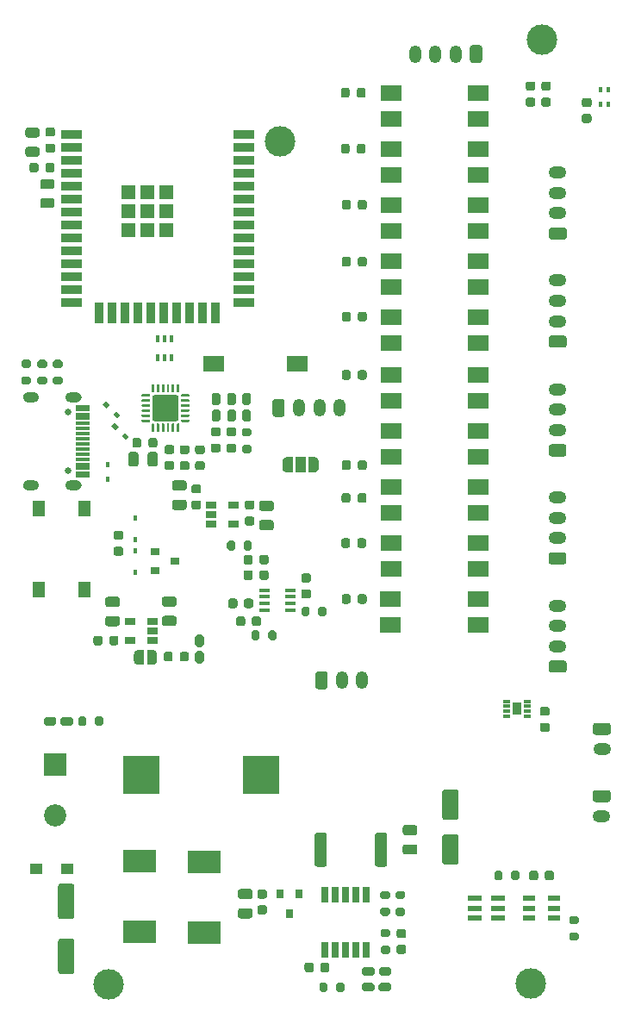
<source format=gbr>
G04 #@! TF.GenerationSoftware,KiCad,Pcbnew,(5.1.10)-1*
G04 #@! TF.CreationDate,2021-12-13T21:42:55+01:00*
G04 #@! TF.ProjectId,TestboardV2.3,54657374-626f-4617-9264-56322e332e6b,rev?*
G04 #@! TF.SameCoordinates,Original*
G04 #@! TF.FileFunction,Soldermask,Top*
G04 #@! TF.FilePolarity,Negative*
%FSLAX46Y46*%
G04 Gerber Fmt 4.6, Leading zero omitted, Abs format (unit mm)*
G04 Created by KiCad (PCBNEW (5.1.10)-1) date 2021-12-13 21:42:55*
%MOMM*%
%LPD*%
G01*
G04 APERTURE LIST*
%ADD10R,0.900000X1.300000*%
%ADD11R,0.750000X0.300000*%
%ADD12R,1.450000X0.300000*%
%ADD13C,0.670000*%
%ADD14O,1.750000X1.200000*%
%ADD15R,0.450000X0.600000*%
%ADD16R,3.650000X3.750000*%
%ADD17C,2.175000*%
%ADD18R,2.175000X2.175000*%
%ADD19R,1.400000X0.600000*%
%ADD20R,1.000000X1.500000*%
%ADD21C,0.100000*%
%ADD22R,0.420000X0.550000*%
%ADD23R,1.330000X1.330000*%
%ADD24R,2.000000X0.900000*%
%ADD25R,0.900000X2.000000*%
%ADD26R,0.400000X0.650000*%
%ADD27R,2.100000X1.550000*%
%ADD28C,3.000000*%
%ADD29R,2.000000X1.500000*%
%ADD30R,1.060000X0.650000*%
%ADD31R,0.900000X0.800000*%
%ADD32R,1.240000X1.120000*%
%ADD33R,3.200000X2.250000*%
%ADD34R,1.050000X0.450000*%
%ADD35R,0.650000X1.525000*%
%ADD36R,0.800000X0.900000*%
%ADD37R,1.300000X1.550000*%
%ADD38R,1.200000X0.600000*%
%ADD39O,1.200000X1.750000*%
%ADD40R,0.300000X0.500000*%
G04 APERTURE END LIST*
G36*
G01*
X120075000Y-122445000D02*
X120075000Y-121895000D01*
G75*
G02*
X120275000Y-121695000I200000J0D01*
G01*
X120675000Y-121695000D01*
G75*
G02*
X120875000Y-121895000I0J-200000D01*
G01*
X120875000Y-122445000D01*
G75*
G02*
X120675000Y-122645000I-200000J0D01*
G01*
X120275000Y-122645000D01*
G75*
G02*
X120075000Y-122445000I0J200000D01*
G01*
G37*
G36*
G01*
X118425000Y-122445000D02*
X118425000Y-121895000D01*
G75*
G02*
X118625000Y-121695000I200000J0D01*
G01*
X119025000Y-121695000D01*
G75*
G02*
X119225000Y-121895000I0J-200000D01*
G01*
X119225000Y-122445000D01*
G75*
G02*
X119025000Y-122645000I-200000J0D01*
G01*
X118625000Y-122645000D01*
G75*
G02*
X118425000Y-122445000I0J200000D01*
G01*
G37*
D10*
X146910000Y-138200000D03*
D11*
X145910000Y-138950000D03*
X145910000Y-138450000D03*
X145910000Y-137950000D03*
X145910000Y-137450000D03*
X147910000Y-137450000D03*
X147910000Y-137950000D03*
X147910000Y-138450000D03*
X147910000Y-138950000D03*
G36*
G01*
X120085000Y-110635000D02*
X120635000Y-110635000D01*
G75*
G02*
X120835000Y-110835000I0J-200000D01*
G01*
X120835000Y-111235000D01*
G75*
G02*
X120635000Y-111435000I-200000J0D01*
G01*
X120085000Y-111435000D01*
G75*
G02*
X119885000Y-111235000I0J200000D01*
G01*
X119885000Y-110835000D01*
G75*
G02*
X120085000Y-110635000I200000J0D01*
G01*
G37*
G36*
G01*
X120085000Y-112285000D02*
X120635000Y-112285000D01*
G75*
G02*
X120835000Y-112485000I0J-200000D01*
G01*
X120835000Y-112885000D01*
G75*
G02*
X120635000Y-113085000I-200000J0D01*
G01*
X120085000Y-113085000D01*
G75*
G02*
X119885000Y-112885000I0J200000D01*
G01*
X119885000Y-112485000D01*
G75*
G02*
X120085000Y-112285000I200000J0D01*
G01*
G37*
G36*
G01*
X120147500Y-108780000D02*
X120572500Y-108780000D01*
G75*
G02*
X120785000Y-108992500I0J-212500D01*
G01*
X120785000Y-109792500D01*
G75*
G02*
X120572500Y-110005000I-212500J0D01*
G01*
X120147500Y-110005000D01*
G75*
G02*
X119935000Y-109792500I0J212500D01*
G01*
X119935000Y-108992500D01*
G75*
G02*
X120147500Y-108780000I212500J0D01*
G01*
G37*
G36*
G01*
X120147500Y-107155000D02*
X120572500Y-107155000D01*
G75*
G02*
X120785000Y-107367500I0J-212500D01*
G01*
X120785000Y-108167500D01*
G75*
G02*
X120572500Y-108380000I-212500J0D01*
G01*
X120147500Y-108380000D01*
G75*
G02*
X119935000Y-108167500I0J212500D01*
G01*
X119935000Y-107367500D01*
G75*
G02*
X120147500Y-107155000I212500J0D01*
G01*
G37*
G36*
G01*
X105445000Y-139695000D02*
X105445000Y-139145000D01*
G75*
G02*
X105645000Y-138945000I200000J0D01*
G01*
X106045000Y-138945000D01*
G75*
G02*
X106245000Y-139145000I0J-200000D01*
G01*
X106245000Y-139695000D01*
G75*
G02*
X106045000Y-139895000I-200000J0D01*
G01*
X105645000Y-139895000D01*
G75*
G02*
X105445000Y-139695000I0J200000D01*
G01*
G37*
G36*
G01*
X103795000Y-139695000D02*
X103795000Y-139145000D01*
G75*
G02*
X103995000Y-138945000I200000J0D01*
G01*
X104395000Y-138945000D01*
G75*
G02*
X104595000Y-139145000I0J-200000D01*
G01*
X104595000Y-139695000D01*
G75*
G02*
X104395000Y-139895000I-200000J0D01*
G01*
X103995000Y-139895000D01*
G75*
G02*
X103795000Y-139695000I0J200000D01*
G01*
G37*
G36*
G01*
X102060000Y-139642500D02*
X102060000Y-139217500D01*
G75*
G02*
X102272500Y-139005000I212500J0D01*
G01*
X103072500Y-139005000D01*
G75*
G02*
X103285000Y-139217500I0J-212500D01*
G01*
X103285000Y-139642500D01*
G75*
G02*
X103072500Y-139855000I-212500J0D01*
G01*
X102272500Y-139855000D01*
G75*
G02*
X102060000Y-139642500I0J212500D01*
G01*
G37*
G36*
G01*
X100435000Y-139642500D02*
X100435000Y-139217500D01*
G75*
G02*
X100647500Y-139005000I212500J0D01*
G01*
X101447500Y-139005000D01*
G75*
G02*
X101660000Y-139217500I0J-212500D01*
G01*
X101660000Y-139642500D01*
G75*
G02*
X101447500Y-139855000I-212500J0D01*
G01*
X100647500Y-139855000D01*
G75*
G02*
X100435000Y-139642500I0J212500D01*
G01*
G37*
G36*
G01*
X119745000Y-157790000D02*
X120695000Y-157790000D01*
G75*
G02*
X120945000Y-158040000I0J-250000D01*
G01*
X120945000Y-158540000D01*
G75*
G02*
X120695000Y-158790000I-250000J0D01*
G01*
X119745000Y-158790000D01*
G75*
G02*
X119495000Y-158540000I0J250000D01*
G01*
X119495000Y-158040000D01*
G75*
G02*
X119745000Y-157790000I250000J0D01*
G01*
G37*
G36*
G01*
X119745000Y-155890000D02*
X120695000Y-155890000D01*
G75*
G02*
X120945000Y-156140000I0J-250000D01*
G01*
X120945000Y-156640000D01*
G75*
G02*
X120695000Y-156890000I-250000J0D01*
G01*
X119745000Y-156890000D01*
G75*
G02*
X119495000Y-156640000I0J250000D01*
G01*
X119495000Y-156140000D01*
G75*
G02*
X119745000Y-155890000I250000J0D01*
G01*
G37*
G36*
G01*
X113225000Y-128160000D02*
X112275000Y-128160000D01*
G75*
G02*
X112025000Y-127910000I0J250000D01*
G01*
X112025000Y-127410000D01*
G75*
G02*
X112275000Y-127160000I250000J0D01*
G01*
X113225000Y-127160000D01*
G75*
G02*
X113475000Y-127410000I0J-250000D01*
G01*
X113475000Y-127910000D01*
G75*
G02*
X113225000Y-128160000I-250000J0D01*
G01*
G37*
G36*
G01*
X113225000Y-130060000D02*
X112275000Y-130060000D01*
G75*
G02*
X112025000Y-129810000I0J250000D01*
G01*
X112025000Y-129310000D01*
G75*
G02*
X112275000Y-129060000I250000J0D01*
G01*
X113225000Y-129060000D01*
G75*
G02*
X113475000Y-129310000I0J-250000D01*
G01*
X113475000Y-129810000D01*
G75*
G02*
X113225000Y-130060000I-250000J0D01*
G01*
G37*
G36*
G01*
X107655000Y-128190000D02*
X106705000Y-128190000D01*
G75*
G02*
X106455000Y-127940000I0J250000D01*
G01*
X106455000Y-127440000D01*
G75*
G02*
X106705000Y-127190000I250000J0D01*
G01*
X107655000Y-127190000D01*
G75*
G02*
X107905000Y-127440000I0J-250000D01*
G01*
X107905000Y-127940000D01*
G75*
G02*
X107655000Y-128190000I-250000J0D01*
G01*
G37*
G36*
G01*
X107655000Y-130090000D02*
X106705000Y-130090000D01*
G75*
G02*
X106455000Y-129840000I0J250000D01*
G01*
X106455000Y-129340000D01*
G75*
G02*
X106705000Y-129090000I250000J0D01*
G01*
X107655000Y-129090000D01*
G75*
G02*
X107905000Y-129340000I0J-250000D01*
G01*
X107905000Y-129840000D01*
G75*
G02*
X107655000Y-130090000I-250000J0D01*
G01*
G37*
G36*
G01*
X109730000Y-113215000D02*
X109730000Y-114165000D01*
G75*
G02*
X109480000Y-114415000I-250000J0D01*
G01*
X108980000Y-114415000D01*
G75*
G02*
X108730000Y-114165000I0J250000D01*
G01*
X108730000Y-113215000D01*
G75*
G02*
X108980000Y-112965000I250000J0D01*
G01*
X109480000Y-112965000D01*
G75*
G02*
X109730000Y-113215000I0J-250000D01*
G01*
G37*
G36*
G01*
X111630000Y-113215000D02*
X111630000Y-114165000D01*
G75*
G02*
X111380000Y-114415000I-250000J0D01*
G01*
X110880000Y-114415000D01*
G75*
G02*
X110630000Y-114165000I0J250000D01*
G01*
X110630000Y-113215000D01*
G75*
G02*
X110880000Y-112965000I250000J0D01*
G01*
X111380000Y-112965000D01*
G75*
G02*
X111630000Y-113215000I0J-250000D01*
G01*
G37*
D12*
X104260000Y-111170000D03*
X104260000Y-111670000D03*
X104260000Y-112170000D03*
X104260000Y-112670000D03*
X104260000Y-113170000D03*
X104260000Y-114220000D03*
X104260000Y-115020000D03*
X104260000Y-115320000D03*
X104260000Y-114520000D03*
X104260000Y-113670000D03*
X104260000Y-110670000D03*
X104260000Y-109620000D03*
X104260000Y-108820000D03*
G36*
G01*
X103040000Y-107100000D02*
X103640000Y-107100000D01*
G75*
G02*
X104140000Y-107600000I0J-500000D01*
G01*
X104140000Y-107600000D01*
G75*
G02*
X103640000Y-108100000I-500000J0D01*
G01*
X103040000Y-108100000D01*
G75*
G02*
X102540000Y-107600000I0J500000D01*
G01*
X102540000Y-107600000D01*
G75*
G02*
X103040000Y-107100000I500000J0D01*
G01*
G37*
G36*
G01*
X103040000Y-115740000D02*
X103640000Y-115740000D01*
G75*
G02*
X104140000Y-116240000I0J-500000D01*
G01*
X104140000Y-116240000D01*
G75*
G02*
X103640000Y-116740000I-500000J0D01*
G01*
X103040000Y-116740000D01*
G75*
G02*
X102540000Y-116240000I0J500000D01*
G01*
X102540000Y-116240000D01*
G75*
G02*
X103040000Y-115740000I500000J0D01*
G01*
G37*
G36*
G01*
X98860000Y-115740000D02*
X99460000Y-115740000D01*
G75*
G02*
X99960000Y-116240000I0J-500000D01*
G01*
X99960000Y-116240000D01*
G75*
G02*
X99460000Y-116740000I-500000J0D01*
G01*
X98860000Y-116740000D01*
G75*
G02*
X98360000Y-116240000I0J500000D01*
G01*
X98360000Y-116240000D01*
G75*
G02*
X98860000Y-115740000I500000J0D01*
G01*
G37*
G36*
G01*
X98860000Y-107100000D02*
X99460000Y-107100000D01*
G75*
G02*
X99960000Y-107600000I0J-500000D01*
G01*
X99960000Y-107600000D01*
G75*
G02*
X99460000Y-108100000I-500000J0D01*
G01*
X98860000Y-108100000D01*
G75*
G02*
X98360000Y-107600000I0J500000D01*
G01*
X98360000Y-107600000D01*
G75*
G02*
X98860000Y-107100000I500000J0D01*
G01*
G37*
X104260000Y-110170000D03*
X104260000Y-109320000D03*
X104260000Y-108520000D03*
D13*
X102810000Y-109020000D03*
X102810000Y-114820000D03*
D14*
X155260000Y-142170000D03*
G36*
G01*
X154634999Y-139570000D02*
X155885001Y-139570000D01*
G75*
G02*
X156135000Y-139819999I0J-249999D01*
G01*
X156135000Y-140520001D01*
G75*
G02*
X155885001Y-140770000I-249999J0D01*
G01*
X154634999Y-140770000D01*
G75*
G02*
X154385000Y-140520001I0J249999D01*
G01*
X154385000Y-139819999D01*
G75*
G02*
X154634999Y-139570000I249999J0D01*
G01*
G37*
G36*
G01*
X151545400Y-134650000D02*
X150294600Y-134650000D01*
G75*
G02*
X150045000Y-134400400I0J249600D01*
G01*
X150045000Y-133699600D01*
G75*
G02*
X150294600Y-133450000I249600J0D01*
G01*
X151545400Y-133450000D01*
G75*
G02*
X151795000Y-133699600I0J-249600D01*
G01*
X151795000Y-134400400D01*
G75*
G02*
X151545400Y-134650000I-249600J0D01*
G01*
G37*
X150920000Y-132050000D03*
X150920000Y-130050000D03*
X150920000Y-128050000D03*
X150910000Y-117420000D03*
X150910000Y-119420000D03*
X150910000Y-121420000D03*
G36*
G01*
X151535400Y-124020000D02*
X150284600Y-124020000D01*
G75*
G02*
X150035000Y-123770400I0J249600D01*
G01*
X150035000Y-123069600D01*
G75*
G02*
X150284600Y-122820000I249600J0D01*
G01*
X151535400Y-122820000D01*
G75*
G02*
X151785000Y-123069600I0J-249600D01*
G01*
X151785000Y-123770400D01*
G75*
G02*
X151535400Y-124020000I-249600J0D01*
G01*
G37*
X150910000Y-106810000D03*
X150910000Y-108810000D03*
X150910000Y-110810000D03*
G36*
G01*
X151535400Y-113410000D02*
X150284600Y-113410000D01*
G75*
G02*
X150035000Y-113160400I0J249600D01*
G01*
X150035000Y-112459600D01*
G75*
G02*
X150284600Y-112210000I249600J0D01*
G01*
X151535400Y-112210000D01*
G75*
G02*
X151785000Y-112459600I0J-249600D01*
G01*
X151785000Y-113160400D01*
G75*
G02*
X151535400Y-113410000I-249600J0D01*
G01*
G37*
X150930000Y-96130000D03*
X150930000Y-98130000D03*
X150930000Y-100130000D03*
G36*
G01*
X151555400Y-102730000D02*
X150304600Y-102730000D01*
G75*
G02*
X150055000Y-102480400I0J249600D01*
G01*
X150055000Y-101779600D01*
G75*
G02*
X150304600Y-101530000I249600J0D01*
G01*
X151555400Y-101530000D01*
G75*
G02*
X151805000Y-101779600I0J-249600D01*
G01*
X151805000Y-102480400D01*
G75*
G02*
X151555400Y-102730000I-249600J0D01*
G01*
G37*
X150940000Y-85510000D03*
X150940000Y-87510000D03*
X150940000Y-89510000D03*
G36*
G01*
X151565400Y-92110000D02*
X150314600Y-92110000D01*
G75*
G02*
X150065000Y-91860400I0J249600D01*
G01*
X150065000Y-91159600D01*
G75*
G02*
X150314600Y-90910000I249600J0D01*
G01*
X151565400Y-90910000D01*
G75*
G02*
X151815000Y-91159600I0J-249600D01*
G01*
X151815000Y-91860400D01*
G75*
G02*
X151565400Y-92110000I-249600J0D01*
G01*
G37*
D15*
X109380000Y-121540000D03*
X109380000Y-119440000D03*
G36*
G01*
X132950000Y-153455001D02*
X132950000Y-150604999D01*
G75*
G02*
X133199999Y-150355000I249999J0D01*
G01*
X133925001Y-150355000D01*
G75*
G02*
X134175000Y-150604999I0J-249999D01*
G01*
X134175000Y-153455001D01*
G75*
G02*
X133925001Y-153705000I-249999J0D01*
G01*
X133199999Y-153705000D01*
G75*
G02*
X132950000Y-153455001I0J249999D01*
G01*
G37*
G36*
G01*
X127025000Y-153455001D02*
X127025000Y-150604999D01*
G75*
G02*
X127274999Y-150355000I249999J0D01*
G01*
X128000001Y-150355000D01*
G75*
G02*
X128250000Y-150604999I0J-249999D01*
G01*
X128250000Y-153455001D01*
G75*
G02*
X128000001Y-153705000I-249999J0D01*
G01*
X127274999Y-153705000D01*
G75*
G02*
X127025000Y-153455001I0J249999D01*
G01*
G37*
G36*
G01*
X134235000Y-156885000D02*
X133685000Y-156885000D01*
G75*
G02*
X133485000Y-156685000I0J200000D01*
G01*
X133485000Y-156285000D01*
G75*
G02*
X133685000Y-156085000I200000J0D01*
G01*
X134235000Y-156085000D01*
G75*
G02*
X134435000Y-156285000I0J-200000D01*
G01*
X134435000Y-156685000D01*
G75*
G02*
X134235000Y-156885000I-200000J0D01*
G01*
G37*
G36*
G01*
X134235000Y-158535000D02*
X133685000Y-158535000D01*
G75*
G02*
X133485000Y-158335000I0J200000D01*
G01*
X133485000Y-157935000D01*
G75*
G02*
X133685000Y-157735000I200000J0D01*
G01*
X134235000Y-157735000D01*
G75*
G02*
X134435000Y-157935000I0J-200000D01*
G01*
X134435000Y-158335000D01*
G75*
G02*
X134235000Y-158535000I-200000J0D01*
G01*
G37*
G36*
G01*
X140930000Y-149110000D02*
X139830000Y-149110000D01*
G75*
G02*
X139580000Y-148860000I0J250000D01*
G01*
X139580000Y-146360000D01*
G75*
G02*
X139830000Y-146110000I250000J0D01*
G01*
X140930000Y-146110000D01*
G75*
G02*
X141180000Y-146360000I0J-250000D01*
G01*
X141180000Y-148860000D01*
G75*
G02*
X140930000Y-149110000I-250000J0D01*
G01*
G37*
G36*
G01*
X140930000Y-153510000D02*
X139830000Y-153510000D01*
G75*
G02*
X139580000Y-153260000I0J250000D01*
G01*
X139580000Y-150760000D01*
G75*
G02*
X139830000Y-150510000I250000J0D01*
G01*
X140930000Y-150510000D01*
G75*
G02*
X141180000Y-150760000I0J-250000D01*
G01*
X141180000Y-153260000D01*
G75*
G02*
X140930000Y-153510000I-250000J0D01*
G01*
G37*
D16*
X121740000Y-144690000D03*
X110040000Y-144690000D03*
D17*
X101550000Y-148630000D03*
D18*
X101550000Y-143630000D03*
D19*
X145060000Y-158730000D03*
X145060000Y-157780000D03*
X145060000Y-156830000D03*
X142760000Y-158730000D03*
X142760000Y-157780000D03*
X142760000Y-156830000D03*
D20*
X125650000Y-114210000D03*
D21*
G36*
X124350000Y-114959398D02*
G01*
X124325466Y-114959398D01*
X124276635Y-114954588D01*
X124228510Y-114945016D01*
X124181555Y-114930772D01*
X124136222Y-114911995D01*
X124092949Y-114888864D01*
X124052150Y-114861604D01*
X124014221Y-114830476D01*
X123979524Y-114795779D01*
X123948396Y-114757850D01*
X123921136Y-114717051D01*
X123898005Y-114673778D01*
X123879228Y-114628445D01*
X123864984Y-114581490D01*
X123855412Y-114533365D01*
X123850602Y-114484534D01*
X123850602Y-114460000D01*
X123850000Y-114460000D01*
X123850000Y-113960000D01*
X123850602Y-113960000D01*
X123850602Y-113935466D01*
X123855412Y-113886635D01*
X123864984Y-113838510D01*
X123879228Y-113791555D01*
X123898005Y-113746222D01*
X123921136Y-113702949D01*
X123948396Y-113662150D01*
X123979524Y-113624221D01*
X124014221Y-113589524D01*
X124052150Y-113558396D01*
X124092949Y-113531136D01*
X124136222Y-113508005D01*
X124181555Y-113489228D01*
X124228510Y-113474984D01*
X124276635Y-113465412D01*
X124325466Y-113460602D01*
X124350000Y-113460602D01*
X124350000Y-113460000D01*
X124900000Y-113460000D01*
X124900000Y-114960000D01*
X124350000Y-114960000D01*
X124350000Y-114959398D01*
G37*
G36*
X126400000Y-113460000D02*
G01*
X126950000Y-113460000D01*
X126950000Y-113460602D01*
X126974534Y-113460602D01*
X127023365Y-113465412D01*
X127071490Y-113474984D01*
X127118445Y-113489228D01*
X127163778Y-113508005D01*
X127207051Y-113531136D01*
X127247850Y-113558396D01*
X127285779Y-113589524D01*
X127320476Y-113624221D01*
X127351604Y-113662150D01*
X127378864Y-113702949D01*
X127401995Y-113746222D01*
X127420772Y-113791555D01*
X127435016Y-113838510D01*
X127444588Y-113886635D01*
X127449398Y-113935466D01*
X127449398Y-113960000D01*
X127450000Y-113960000D01*
X127450000Y-114460000D01*
X127449398Y-114460000D01*
X127449398Y-114484534D01*
X127444588Y-114533365D01*
X127435016Y-114581490D01*
X127420772Y-114628445D01*
X127401995Y-114673778D01*
X127378864Y-114717051D01*
X127351604Y-114757850D01*
X127320476Y-114795779D01*
X127285779Y-114830476D01*
X127247850Y-114861604D01*
X127207051Y-114888864D01*
X127163778Y-114911995D01*
X127118445Y-114930772D01*
X127071490Y-114945016D01*
X127023365Y-114954588D01*
X126974534Y-114959398D01*
X126950000Y-114959398D01*
X126950000Y-114960000D01*
X126400000Y-114960000D01*
X126400000Y-113460000D01*
G37*
G36*
G01*
X118647500Y-108790000D02*
X119072500Y-108790000D01*
G75*
G02*
X119285000Y-109002500I0J-212500D01*
G01*
X119285000Y-109802500D01*
G75*
G02*
X119072500Y-110015000I-212500J0D01*
G01*
X118647500Y-110015000D01*
G75*
G02*
X118435000Y-109802500I0J212500D01*
G01*
X118435000Y-109002500D01*
G75*
G02*
X118647500Y-108790000I212500J0D01*
G01*
G37*
G36*
G01*
X118647500Y-107165000D02*
X119072500Y-107165000D01*
G75*
G02*
X119285000Y-107377500I0J-212500D01*
G01*
X119285000Y-108177500D01*
G75*
G02*
X119072500Y-108390000I-212500J0D01*
G01*
X118647500Y-108390000D01*
G75*
G02*
X118435000Y-108177500I0J212500D01*
G01*
X118435000Y-107377500D01*
G75*
G02*
X118647500Y-107165000I212500J0D01*
G01*
G37*
G36*
G01*
X117117500Y-107165000D02*
X117542500Y-107165000D01*
G75*
G02*
X117755000Y-107377500I0J-212500D01*
G01*
X117755000Y-108177500D01*
G75*
G02*
X117542500Y-108390000I-212500J0D01*
G01*
X117117500Y-108390000D01*
G75*
G02*
X116905000Y-108177500I0J212500D01*
G01*
X116905000Y-107377500D01*
G75*
G02*
X117117500Y-107165000I212500J0D01*
G01*
G37*
G36*
G01*
X117117500Y-108790000D02*
X117542500Y-108790000D01*
G75*
G02*
X117755000Y-109002500I0J-212500D01*
G01*
X117755000Y-109802500D01*
G75*
G02*
X117542500Y-110015000I-212500J0D01*
G01*
X117117500Y-110015000D01*
G75*
G02*
X116905000Y-109802500I0J212500D01*
G01*
X116905000Y-109002500D01*
G75*
G02*
X117117500Y-108790000I212500J0D01*
G01*
G37*
G36*
G01*
X115507500Y-132520000D02*
X115932500Y-132520000D01*
G75*
G02*
X116145000Y-132732500I0J-212500D01*
G01*
X116145000Y-133532500D01*
G75*
G02*
X115932500Y-133745000I-212500J0D01*
G01*
X115507500Y-133745000D01*
G75*
G02*
X115295000Y-133532500I0J212500D01*
G01*
X115295000Y-132732500D01*
G75*
G02*
X115507500Y-132520000I212500J0D01*
G01*
G37*
G36*
G01*
X115507500Y-130895000D02*
X115932500Y-130895000D01*
G75*
G02*
X116145000Y-131107500I0J-212500D01*
G01*
X116145000Y-131907500D01*
G75*
G02*
X115932500Y-132120000I-212500J0D01*
G01*
X115507500Y-132120000D01*
G75*
G02*
X115295000Y-131907500I0J212500D01*
G01*
X115295000Y-131107500D01*
G75*
G02*
X115507500Y-130895000I212500J0D01*
G01*
G37*
G36*
G01*
X118593750Y-112140000D02*
X119106250Y-112140000D01*
G75*
G02*
X119325000Y-112358750I0J-218750D01*
G01*
X119325000Y-112796250D01*
G75*
G02*
X119106250Y-113015000I-218750J0D01*
G01*
X118593750Y-113015000D01*
G75*
G02*
X118375000Y-112796250I0J218750D01*
G01*
X118375000Y-112358750D01*
G75*
G02*
X118593750Y-112140000I218750J0D01*
G01*
G37*
G36*
G01*
X118593750Y-110565000D02*
X119106250Y-110565000D01*
G75*
G02*
X119325000Y-110783750I0J-218750D01*
G01*
X119325000Y-111221250D01*
G75*
G02*
X119106250Y-111440000I-218750J0D01*
G01*
X118593750Y-111440000D01*
G75*
G02*
X118375000Y-111221250I0J218750D01*
G01*
X118375000Y-110783750D01*
G75*
G02*
X118593750Y-110565000I218750J0D01*
G01*
G37*
G36*
G01*
X117063750Y-112140000D02*
X117576250Y-112140000D01*
G75*
G02*
X117795000Y-112358750I0J-218750D01*
G01*
X117795000Y-112796250D01*
G75*
G02*
X117576250Y-113015000I-218750J0D01*
G01*
X117063750Y-113015000D01*
G75*
G02*
X116845000Y-112796250I0J218750D01*
G01*
X116845000Y-112358750D01*
G75*
G02*
X117063750Y-112140000I218750J0D01*
G01*
G37*
G36*
G01*
X117063750Y-110565000D02*
X117576250Y-110565000D01*
G75*
G02*
X117795000Y-110783750I0J-218750D01*
G01*
X117795000Y-111221250D01*
G75*
G02*
X117576250Y-111440000I-218750J0D01*
G01*
X117063750Y-111440000D01*
G75*
G02*
X116845000Y-111221250I0J218750D01*
G01*
X116845000Y-110783750D01*
G75*
G02*
X117063750Y-110565000I218750J0D01*
G01*
G37*
G36*
G01*
X100303750Y-88040000D02*
X101216250Y-88040000D01*
G75*
G02*
X101460000Y-88283750I0J-243750D01*
G01*
X101460000Y-88771250D01*
G75*
G02*
X101216250Y-89015000I-243750J0D01*
G01*
X100303750Y-89015000D01*
G75*
G02*
X100060000Y-88771250I0J243750D01*
G01*
X100060000Y-88283750D01*
G75*
G02*
X100303750Y-88040000I243750J0D01*
G01*
G37*
G36*
G01*
X100303750Y-86165000D02*
X101216250Y-86165000D01*
G75*
G02*
X101460000Y-86408750I0J-243750D01*
G01*
X101460000Y-86896250D01*
G75*
G02*
X101216250Y-87140000I-243750J0D01*
G01*
X100303750Y-87140000D01*
G75*
G02*
X100060000Y-86896250I0J243750D01*
G01*
X100060000Y-86408750D01*
G75*
G02*
X100303750Y-86165000I243750J0D01*
G01*
G37*
G36*
G01*
X99756250Y-82090000D02*
X98843750Y-82090000D01*
G75*
G02*
X98600000Y-81846250I0J243750D01*
G01*
X98600000Y-81358750D01*
G75*
G02*
X98843750Y-81115000I243750J0D01*
G01*
X99756250Y-81115000D01*
G75*
G02*
X100000000Y-81358750I0J-243750D01*
G01*
X100000000Y-81846250D01*
G75*
G02*
X99756250Y-82090000I-243750J0D01*
G01*
G37*
G36*
G01*
X99756250Y-83965000D02*
X98843750Y-83965000D01*
G75*
G02*
X98600000Y-83721250I0J243750D01*
G01*
X98600000Y-83233750D01*
G75*
G02*
X98843750Y-82990000I243750J0D01*
G01*
X99756250Y-82990000D01*
G75*
G02*
X100000000Y-83233750I0J-243750D01*
G01*
X100000000Y-83721250D01*
G75*
G02*
X99756250Y-83965000I-243750J0D01*
G01*
G37*
G36*
X107470987Y-110787972D02*
G01*
X107082078Y-110399063D01*
X107379063Y-110102078D01*
X107767972Y-110490987D01*
X107470987Y-110787972D01*
G37*
G36*
X108460937Y-111777922D02*
G01*
X108072028Y-111389013D01*
X108369013Y-111092028D01*
X108757922Y-111480937D01*
X108460937Y-111777922D01*
G37*
G36*
X106519063Y-107982078D02*
G01*
X106907972Y-108370987D01*
X106610987Y-108667972D01*
X106222078Y-108279063D01*
X106519063Y-107982078D01*
G37*
G36*
X107509013Y-108972028D02*
G01*
X107897922Y-109360937D01*
X107600937Y-109657922D01*
X107212028Y-109269013D01*
X107509013Y-108972028D01*
G37*
D22*
X106700000Y-115640000D03*
X106700000Y-114240000D03*
D21*
G36*
X111070000Y-132390602D02*
G01*
X111094534Y-132390602D01*
X111143365Y-132395412D01*
X111191490Y-132404984D01*
X111238445Y-132419228D01*
X111283778Y-132438005D01*
X111327051Y-132461136D01*
X111367850Y-132488396D01*
X111405779Y-132519524D01*
X111440476Y-132554221D01*
X111471604Y-132592150D01*
X111498864Y-132632949D01*
X111521995Y-132676222D01*
X111540772Y-132721555D01*
X111555016Y-132768510D01*
X111564588Y-132816635D01*
X111569398Y-132865466D01*
X111569398Y-132890000D01*
X111570000Y-132890000D01*
X111570000Y-133390000D01*
X111569398Y-133390000D01*
X111569398Y-133414534D01*
X111564588Y-133463365D01*
X111555016Y-133511490D01*
X111540772Y-133558445D01*
X111521995Y-133603778D01*
X111498864Y-133647051D01*
X111471604Y-133687850D01*
X111440476Y-133725779D01*
X111405779Y-133760476D01*
X111367850Y-133791604D01*
X111327051Y-133818864D01*
X111283778Y-133841995D01*
X111238445Y-133860772D01*
X111191490Y-133875016D01*
X111143365Y-133884588D01*
X111094534Y-133889398D01*
X111070000Y-133889398D01*
X111070000Y-133890000D01*
X110570000Y-133890000D01*
X110570000Y-132390000D01*
X111070000Y-132390000D01*
X111070000Y-132390602D01*
G37*
G36*
X110270000Y-133890000D02*
G01*
X109770000Y-133890000D01*
X109770000Y-133889398D01*
X109745466Y-133889398D01*
X109696635Y-133884588D01*
X109648510Y-133875016D01*
X109601555Y-133860772D01*
X109556222Y-133841995D01*
X109512949Y-133818864D01*
X109472150Y-133791604D01*
X109434221Y-133760476D01*
X109399524Y-133725779D01*
X109368396Y-133687850D01*
X109341136Y-133647051D01*
X109318005Y-133603778D01*
X109299228Y-133558445D01*
X109284984Y-133511490D01*
X109275412Y-133463365D01*
X109270602Y-133414534D01*
X109270602Y-133390000D01*
X109270000Y-133390000D01*
X109270000Y-132890000D01*
X109270602Y-132890000D01*
X109270602Y-132865466D01*
X109275412Y-132816635D01*
X109284984Y-132768510D01*
X109299228Y-132721555D01*
X109318005Y-132676222D01*
X109341136Y-132632949D01*
X109368396Y-132592150D01*
X109399524Y-132554221D01*
X109434221Y-132519524D01*
X109472150Y-132488396D01*
X109512949Y-132461136D01*
X109556222Y-132438005D01*
X109601555Y-132419228D01*
X109648510Y-132404984D01*
X109696635Y-132395412D01*
X109745466Y-132390602D01*
X109770000Y-132390602D01*
X109770000Y-132390000D01*
X110270000Y-132390000D01*
X110270000Y-133890000D01*
G37*
G36*
G01*
X111080000Y-109710000D02*
X111080000Y-107610000D01*
G75*
G02*
X111330000Y-107360000I250000J0D01*
G01*
X113430000Y-107360000D01*
G75*
G02*
X113680000Y-107610000I0J-250000D01*
G01*
X113680000Y-109710000D01*
G75*
G02*
X113430000Y-109960000I-250000J0D01*
G01*
X111330000Y-109960000D01*
G75*
G02*
X111080000Y-109710000I0J250000D01*
G01*
G37*
G36*
G01*
X110030000Y-107472500D02*
X110030000Y-107347500D01*
G75*
G02*
X110092500Y-107285000I62500J0D01*
G01*
X110792500Y-107285000D01*
G75*
G02*
X110855000Y-107347500I0J-62500D01*
G01*
X110855000Y-107472500D01*
G75*
G02*
X110792500Y-107535000I-62500J0D01*
G01*
X110092500Y-107535000D01*
G75*
G02*
X110030000Y-107472500I0J62500D01*
G01*
G37*
G36*
G01*
X110030000Y-107972500D02*
X110030000Y-107847500D01*
G75*
G02*
X110092500Y-107785000I62500J0D01*
G01*
X110792500Y-107785000D01*
G75*
G02*
X110855000Y-107847500I0J-62500D01*
G01*
X110855000Y-107972500D01*
G75*
G02*
X110792500Y-108035000I-62500J0D01*
G01*
X110092500Y-108035000D01*
G75*
G02*
X110030000Y-107972500I0J62500D01*
G01*
G37*
G36*
G01*
X110030000Y-108472500D02*
X110030000Y-108347500D01*
G75*
G02*
X110092500Y-108285000I62500J0D01*
G01*
X110792500Y-108285000D01*
G75*
G02*
X110855000Y-108347500I0J-62500D01*
G01*
X110855000Y-108472500D01*
G75*
G02*
X110792500Y-108535000I-62500J0D01*
G01*
X110092500Y-108535000D01*
G75*
G02*
X110030000Y-108472500I0J62500D01*
G01*
G37*
G36*
G01*
X110030000Y-108972500D02*
X110030000Y-108847500D01*
G75*
G02*
X110092500Y-108785000I62500J0D01*
G01*
X110792500Y-108785000D01*
G75*
G02*
X110855000Y-108847500I0J-62500D01*
G01*
X110855000Y-108972500D01*
G75*
G02*
X110792500Y-109035000I-62500J0D01*
G01*
X110092500Y-109035000D01*
G75*
G02*
X110030000Y-108972500I0J62500D01*
G01*
G37*
G36*
G01*
X110030000Y-109472500D02*
X110030000Y-109347500D01*
G75*
G02*
X110092500Y-109285000I62500J0D01*
G01*
X110792500Y-109285000D01*
G75*
G02*
X110855000Y-109347500I0J-62500D01*
G01*
X110855000Y-109472500D01*
G75*
G02*
X110792500Y-109535000I-62500J0D01*
G01*
X110092500Y-109535000D01*
G75*
G02*
X110030000Y-109472500I0J62500D01*
G01*
G37*
G36*
G01*
X110030000Y-109972500D02*
X110030000Y-109847500D01*
G75*
G02*
X110092500Y-109785000I62500J0D01*
G01*
X110792500Y-109785000D01*
G75*
G02*
X110855000Y-109847500I0J-62500D01*
G01*
X110855000Y-109972500D01*
G75*
G02*
X110792500Y-110035000I-62500J0D01*
G01*
X110092500Y-110035000D01*
G75*
G02*
X110030000Y-109972500I0J62500D01*
G01*
G37*
G36*
G01*
X111005000Y-110947500D02*
X111005000Y-110247500D01*
G75*
G02*
X111067500Y-110185000I62500J0D01*
G01*
X111192500Y-110185000D01*
G75*
G02*
X111255000Y-110247500I0J-62500D01*
G01*
X111255000Y-110947500D01*
G75*
G02*
X111192500Y-111010000I-62500J0D01*
G01*
X111067500Y-111010000D01*
G75*
G02*
X111005000Y-110947500I0J62500D01*
G01*
G37*
G36*
G01*
X111505000Y-110947500D02*
X111505000Y-110247500D01*
G75*
G02*
X111567500Y-110185000I62500J0D01*
G01*
X111692500Y-110185000D01*
G75*
G02*
X111755000Y-110247500I0J-62500D01*
G01*
X111755000Y-110947500D01*
G75*
G02*
X111692500Y-111010000I-62500J0D01*
G01*
X111567500Y-111010000D01*
G75*
G02*
X111505000Y-110947500I0J62500D01*
G01*
G37*
G36*
G01*
X112005000Y-110947500D02*
X112005000Y-110247500D01*
G75*
G02*
X112067500Y-110185000I62500J0D01*
G01*
X112192500Y-110185000D01*
G75*
G02*
X112255000Y-110247500I0J-62500D01*
G01*
X112255000Y-110947500D01*
G75*
G02*
X112192500Y-111010000I-62500J0D01*
G01*
X112067500Y-111010000D01*
G75*
G02*
X112005000Y-110947500I0J62500D01*
G01*
G37*
G36*
G01*
X112505000Y-110947500D02*
X112505000Y-110247500D01*
G75*
G02*
X112567500Y-110185000I62500J0D01*
G01*
X112692500Y-110185000D01*
G75*
G02*
X112755000Y-110247500I0J-62500D01*
G01*
X112755000Y-110947500D01*
G75*
G02*
X112692500Y-111010000I-62500J0D01*
G01*
X112567500Y-111010000D01*
G75*
G02*
X112505000Y-110947500I0J62500D01*
G01*
G37*
G36*
G01*
X113005000Y-110947500D02*
X113005000Y-110247500D01*
G75*
G02*
X113067500Y-110185000I62500J0D01*
G01*
X113192500Y-110185000D01*
G75*
G02*
X113255000Y-110247500I0J-62500D01*
G01*
X113255000Y-110947500D01*
G75*
G02*
X113192500Y-111010000I-62500J0D01*
G01*
X113067500Y-111010000D01*
G75*
G02*
X113005000Y-110947500I0J62500D01*
G01*
G37*
G36*
G01*
X113505000Y-110947500D02*
X113505000Y-110247500D01*
G75*
G02*
X113567500Y-110185000I62500J0D01*
G01*
X113692500Y-110185000D01*
G75*
G02*
X113755000Y-110247500I0J-62500D01*
G01*
X113755000Y-110947500D01*
G75*
G02*
X113692500Y-111010000I-62500J0D01*
G01*
X113567500Y-111010000D01*
G75*
G02*
X113505000Y-110947500I0J62500D01*
G01*
G37*
G36*
G01*
X113905000Y-109972500D02*
X113905000Y-109847500D01*
G75*
G02*
X113967500Y-109785000I62500J0D01*
G01*
X114667500Y-109785000D01*
G75*
G02*
X114730000Y-109847500I0J-62500D01*
G01*
X114730000Y-109972500D01*
G75*
G02*
X114667500Y-110035000I-62500J0D01*
G01*
X113967500Y-110035000D01*
G75*
G02*
X113905000Y-109972500I0J62500D01*
G01*
G37*
G36*
G01*
X113905000Y-109472500D02*
X113905000Y-109347500D01*
G75*
G02*
X113967500Y-109285000I62500J0D01*
G01*
X114667500Y-109285000D01*
G75*
G02*
X114730000Y-109347500I0J-62500D01*
G01*
X114730000Y-109472500D01*
G75*
G02*
X114667500Y-109535000I-62500J0D01*
G01*
X113967500Y-109535000D01*
G75*
G02*
X113905000Y-109472500I0J62500D01*
G01*
G37*
G36*
G01*
X113905000Y-108972500D02*
X113905000Y-108847500D01*
G75*
G02*
X113967500Y-108785000I62500J0D01*
G01*
X114667500Y-108785000D01*
G75*
G02*
X114730000Y-108847500I0J-62500D01*
G01*
X114730000Y-108972500D01*
G75*
G02*
X114667500Y-109035000I-62500J0D01*
G01*
X113967500Y-109035000D01*
G75*
G02*
X113905000Y-108972500I0J62500D01*
G01*
G37*
G36*
G01*
X113905000Y-108472500D02*
X113905000Y-108347500D01*
G75*
G02*
X113967500Y-108285000I62500J0D01*
G01*
X114667500Y-108285000D01*
G75*
G02*
X114730000Y-108347500I0J-62500D01*
G01*
X114730000Y-108472500D01*
G75*
G02*
X114667500Y-108535000I-62500J0D01*
G01*
X113967500Y-108535000D01*
G75*
G02*
X113905000Y-108472500I0J62500D01*
G01*
G37*
G36*
G01*
X113905000Y-107972500D02*
X113905000Y-107847500D01*
G75*
G02*
X113967500Y-107785000I62500J0D01*
G01*
X114667500Y-107785000D01*
G75*
G02*
X114730000Y-107847500I0J-62500D01*
G01*
X114730000Y-107972500D01*
G75*
G02*
X114667500Y-108035000I-62500J0D01*
G01*
X113967500Y-108035000D01*
G75*
G02*
X113905000Y-107972500I0J62500D01*
G01*
G37*
G36*
G01*
X113905000Y-107472500D02*
X113905000Y-107347500D01*
G75*
G02*
X113967500Y-107285000I62500J0D01*
G01*
X114667500Y-107285000D01*
G75*
G02*
X114730000Y-107347500I0J-62500D01*
G01*
X114730000Y-107472500D01*
G75*
G02*
X114667500Y-107535000I-62500J0D01*
G01*
X113967500Y-107535000D01*
G75*
G02*
X113905000Y-107472500I0J62500D01*
G01*
G37*
G36*
G01*
X113505000Y-107072500D02*
X113505000Y-106372500D01*
G75*
G02*
X113567500Y-106310000I62500J0D01*
G01*
X113692500Y-106310000D01*
G75*
G02*
X113755000Y-106372500I0J-62500D01*
G01*
X113755000Y-107072500D01*
G75*
G02*
X113692500Y-107135000I-62500J0D01*
G01*
X113567500Y-107135000D01*
G75*
G02*
X113505000Y-107072500I0J62500D01*
G01*
G37*
G36*
G01*
X113005000Y-107072500D02*
X113005000Y-106372500D01*
G75*
G02*
X113067500Y-106310000I62500J0D01*
G01*
X113192500Y-106310000D01*
G75*
G02*
X113255000Y-106372500I0J-62500D01*
G01*
X113255000Y-107072500D01*
G75*
G02*
X113192500Y-107135000I-62500J0D01*
G01*
X113067500Y-107135000D01*
G75*
G02*
X113005000Y-107072500I0J62500D01*
G01*
G37*
G36*
G01*
X112505000Y-107072500D02*
X112505000Y-106372500D01*
G75*
G02*
X112567500Y-106310000I62500J0D01*
G01*
X112692500Y-106310000D01*
G75*
G02*
X112755000Y-106372500I0J-62500D01*
G01*
X112755000Y-107072500D01*
G75*
G02*
X112692500Y-107135000I-62500J0D01*
G01*
X112567500Y-107135000D01*
G75*
G02*
X112505000Y-107072500I0J62500D01*
G01*
G37*
G36*
G01*
X112005000Y-107072500D02*
X112005000Y-106372500D01*
G75*
G02*
X112067500Y-106310000I62500J0D01*
G01*
X112192500Y-106310000D01*
G75*
G02*
X112255000Y-106372500I0J-62500D01*
G01*
X112255000Y-107072500D01*
G75*
G02*
X112192500Y-107135000I-62500J0D01*
G01*
X112067500Y-107135000D01*
G75*
G02*
X112005000Y-107072500I0J62500D01*
G01*
G37*
G36*
G01*
X111505000Y-107072500D02*
X111505000Y-106372500D01*
G75*
G02*
X111567500Y-106310000I62500J0D01*
G01*
X111692500Y-106310000D01*
G75*
G02*
X111755000Y-106372500I0J-62500D01*
G01*
X111755000Y-107072500D01*
G75*
G02*
X111692500Y-107135000I-62500J0D01*
G01*
X111567500Y-107135000D01*
G75*
G02*
X111505000Y-107072500I0J62500D01*
G01*
G37*
G36*
G01*
X111005000Y-107072500D02*
X111005000Y-106372500D01*
G75*
G02*
X111067500Y-106310000I62500J0D01*
G01*
X111192500Y-106310000D01*
G75*
G02*
X111255000Y-106372500I0J-62500D01*
G01*
X111255000Y-107072500D01*
G75*
G02*
X111192500Y-107135000I-62500J0D01*
G01*
X111067500Y-107135000D01*
G75*
G02*
X111005000Y-107072500I0J62500D01*
G01*
G37*
D23*
X112445000Y-91145000D03*
X112445000Y-89310000D03*
X112445000Y-87475000D03*
X110610000Y-87475000D03*
X110610000Y-89310000D03*
X110610000Y-91145000D03*
X108775000Y-91145000D03*
X108775000Y-89310000D03*
X108775000Y-87475000D03*
D24*
X120110000Y-81810000D03*
X120110000Y-83080000D03*
X120110000Y-84350000D03*
X120110000Y-85620000D03*
X120110000Y-86890000D03*
X120110000Y-88160000D03*
X120110000Y-89430000D03*
X120110000Y-90700000D03*
X120110000Y-91970000D03*
X120110000Y-93240000D03*
X120110000Y-94510000D03*
X120110000Y-95780000D03*
X120110000Y-97050000D03*
X120110000Y-98320000D03*
D25*
X117325000Y-99320000D03*
X116055000Y-99320000D03*
X114785000Y-99320000D03*
X113515000Y-99320000D03*
X112245000Y-99320000D03*
X110975000Y-99320000D03*
X109705000Y-99320000D03*
X108435000Y-99320000D03*
X107165000Y-99320000D03*
X105895000Y-99320000D03*
D24*
X103110000Y-98320000D03*
X103110000Y-97050000D03*
X103110000Y-95780000D03*
X103110000Y-94510000D03*
X103110000Y-93240000D03*
X103110000Y-91970000D03*
X103110000Y-90700000D03*
X103110000Y-89430000D03*
X103110000Y-88160000D03*
X103110000Y-86890000D03*
X103110000Y-85620000D03*
X103110000Y-84350000D03*
X103110000Y-83080000D03*
X103110000Y-81810000D03*
G36*
G01*
X149403750Y-139580000D02*
X149916250Y-139580000D01*
G75*
G02*
X150135000Y-139798750I0J-218750D01*
G01*
X150135000Y-140236250D01*
G75*
G02*
X149916250Y-140455000I-218750J0D01*
G01*
X149403750Y-140455000D01*
G75*
G02*
X149185000Y-140236250I0J218750D01*
G01*
X149185000Y-139798750D01*
G75*
G02*
X149403750Y-139580000I218750J0D01*
G01*
G37*
G36*
G01*
X149403750Y-138005000D02*
X149916250Y-138005000D01*
G75*
G02*
X150135000Y-138223750I0J-218750D01*
G01*
X150135000Y-138661250D01*
G75*
G02*
X149916250Y-138880000I-218750J0D01*
G01*
X149403750Y-138880000D01*
G75*
G02*
X149185000Y-138661250I0J218750D01*
G01*
X149185000Y-138223750D01*
G75*
G02*
X149403750Y-138005000I218750J0D01*
G01*
G37*
D26*
X112930000Y-101840000D03*
X111630000Y-101840000D03*
X112280000Y-103740000D03*
X112280000Y-101840000D03*
X111630000Y-103740000D03*
X112930000Y-103740000D03*
G36*
G01*
X149523750Y-78170000D02*
X150036250Y-78170000D01*
G75*
G02*
X150255000Y-78388750I0J-218750D01*
G01*
X150255000Y-78826250D01*
G75*
G02*
X150036250Y-79045000I-218750J0D01*
G01*
X149523750Y-79045000D01*
G75*
G02*
X149305000Y-78826250I0J218750D01*
G01*
X149305000Y-78388750D01*
G75*
G02*
X149523750Y-78170000I218750J0D01*
G01*
G37*
G36*
G01*
X149523750Y-76595000D02*
X150036250Y-76595000D01*
G75*
G02*
X150255000Y-76813750I0J-218750D01*
G01*
X150255000Y-77251250D01*
G75*
G02*
X150036250Y-77470000I-218750J0D01*
G01*
X149523750Y-77470000D01*
G75*
G02*
X149305000Y-77251250I0J218750D01*
G01*
X149305000Y-76813750D01*
G75*
G02*
X149523750Y-76595000I218750J0D01*
G01*
G37*
G36*
G01*
X147993750Y-78170000D02*
X148506250Y-78170000D01*
G75*
G02*
X148725000Y-78388750I0J-218750D01*
G01*
X148725000Y-78826250D01*
G75*
G02*
X148506250Y-79045000I-218750J0D01*
G01*
X147993750Y-79045000D01*
G75*
G02*
X147775000Y-78826250I0J218750D01*
G01*
X147775000Y-78388750D01*
G75*
G02*
X147993750Y-78170000I218750J0D01*
G01*
G37*
G36*
G01*
X147993750Y-76595000D02*
X148506250Y-76595000D01*
G75*
G02*
X148725000Y-76813750I0J-218750D01*
G01*
X148725000Y-77251250D01*
G75*
G02*
X148506250Y-77470000I-218750J0D01*
G01*
X147993750Y-77470000D01*
G75*
G02*
X147775000Y-77251250I0J218750D01*
G01*
X147775000Y-76813750D01*
G75*
G02*
X147993750Y-76595000I218750J0D01*
G01*
G37*
D27*
X143090000Y-127420000D03*
X143090000Y-129960000D03*
X134490000Y-129960000D03*
X134490000Y-127420000D03*
X143130000Y-121930000D03*
X143130000Y-124470000D03*
X134530000Y-124470000D03*
X134530000Y-121930000D03*
X143130000Y-116430000D03*
X143130000Y-118970000D03*
X134530000Y-118970000D03*
X134530000Y-116430000D03*
X143130000Y-110930000D03*
X143130000Y-113470000D03*
X134530000Y-113470000D03*
X134530000Y-110930000D03*
X143130000Y-105430000D03*
X143130000Y-107970000D03*
X134530000Y-107970000D03*
X134530000Y-105430000D03*
X143130000Y-99710000D03*
X143130000Y-102250000D03*
X134530000Y-102250000D03*
X134530000Y-99710000D03*
X143130000Y-94210000D03*
X143130000Y-96750000D03*
X134530000Y-96750000D03*
X134530000Y-94210000D03*
X143130000Y-88710000D03*
X143130000Y-91250000D03*
X134530000Y-91250000D03*
X134530000Y-88710000D03*
X143130000Y-83210000D03*
X143130000Y-85750000D03*
X134530000Y-85750000D03*
X134530000Y-83210000D03*
X143130000Y-77710000D03*
X143130000Y-80250000D03*
X134530000Y-80250000D03*
X134530000Y-77710000D03*
D28*
X148260000Y-165210000D03*
X149340000Y-72460000D03*
X106750000Y-165260000D03*
X123650000Y-82470000D03*
D29*
X125300000Y-104320000D03*
X117100000Y-104320000D03*
G36*
G01*
X115513750Y-113880000D02*
X116026250Y-113880000D01*
G75*
G02*
X116245000Y-114098750I0J-218750D01*
G01*
X116245000Y-114536250D01*
G75*
G02*
X116026250Y-114755000I-218750J0D01*
G01*
X115513750Y-114755000D01*
G75*
G02*
X115295000Y-114536250I0J218750D01*
G01*
X115295000Y-114098750D01*
G75*
G02*
X115513750Y-113880000I218750J0D01*
G01*
G37*
G36*
G01*
X115513750Y-112305000D02*
X116026250Y-112305000D01*
G75*
G02*
X116245000Y-112523750I0J-218750D01*
G01*
X116245000Y-112961250D01*
G75*
G02*
X116026250Y-113180000I-218750J0D01*
G01*
X115513750Y-113180000D01*
G75*
G02*
X115295000Y-112961250I0J218750D01*
G01*
X115295000Y-112523750D01*
G75*
G02*
X115513750Y-112305000I218750J0D01*
G01*
G37*
G36*
G01*
X114526250Y-113180000D02*
X114013750Y-113180000D01*
G75*
G02*
X113795000Y-112961250I0J218750D01*
G01*
X113795000Y-112523750D01*
G75*
G02*
X114013750Y-112305000I218750J0D01*
G01*
X114526250Y-112305000D01*
G75*
G02*
X114745000Y-112523750I0J-218750D01*
G01*
X114745000Y-112961250D01*
G75*
G02*
X114526250Y-113180000I-218750J0D01*
G01*
G37*
G36*
G01*
X114526250Y-114755000D02*
X114013750Y-114755000D01*
G75*
G02*
X113795000Y-114536250I0J218750D01*
G01*
X113795000Y-114098750D01*
G75*
G02*
X114013750Y-113880000I218750J0D01*
G01*
X114526250Y-113880000D01*
G75*
G02*
X114745000Y-114098750I0J-218750D01*
G01*
X114745000Y-114536250D01*
G75*
G02*
X114526250Y-114755000I-218750J0D01*
G01*
G37*
G36*
G01*
X112503750Y-113870000D02*
X113016250Y-113870000D01*
G75*
G02*
X113235000Y-114088750I0J-218750D01*
G01*
X113235000Y-114526250D01*
G75*
G02*
X113016250Y-114745000I-218750J0D01*
G01*
X112503750Y-114745000D01*
G75*
G02*
X112285000Y-114526250I0J218750D01*
G01*
X112285000Y-114088750D01*
G75*
G02*
X112503750Y-113870000I218750J0D01*
G01*
G37*
G36*
G01*
X112503750Y-112295000D02*
X113016250Y-112295000D01*
G75*
G02*
X113235000Y-112513750I0J-218750D01*
G01*
X113235000Y-112951250D01*
G75*
G02*
X113016250Y-113170000I-218750J0D01*
G01*
X112503750Y-113170000D01*
G75*
G02*
X112285000Y-112951250I0J218750D01*
G01*
X112285000Y-112513750D01*
G75*
G02*
X112503750Y-112295000I218750J0D01*
G01*
G37*
G36*
G01*
X130570000Y-127153750D02*
X130570000Y-127666250D01*
G75*
G02*
X130351250Y-127885000I-218750J0D01*
G01*
X129913750Y-127885000D01*
G75*
G02*
X129695000Y-127666250I0J218750D01*
G01*
X129695000Y-127153750D01*
G75*
G02*
X129913750Y-126935000I218750J0D01*
G01*
X130351250Y-126935000D01*
G75*
G02*
X130570000Y-127153750I0J-218750D01*
G01*
G37*
G36*
G01*
X132145000Y-127153750D02*
X132145000Y-127666250D01*
G75*
G02*
X131926250Y-127885000I-218750J0D01*
G01*
X131488750Y-127885000D01*
G75*
G02*
X131270000Y-127666250I0J218750D01*
G01*
X131270000Y-127153750D01*
G75*
G02*
X131488750Y-126935000I218750J0D01*
G01*
X131926250Y-126935000D01*
G75*
G02*
X132145000Y-127153750I0J-218750D01*
G01*
G37*
G36*
G01*
X130520000Y-121663750D02*
X130520000Y-122176250D01*
G75*
G02*
X130301250Y-122395000I-218750J0D01*
G01*
X129863750Y-122395000D01*
G75*
G02*
X129645000Y-122176250I0J218750D01*
G01*
X129645000Y-121663750D01*
G75*
G02*
X129863750Y-121445000I218750J0D01*
G01*
X130301250Y-121445000D01*
G75*
G02*
X130520000Y-121663750I0J-218750D01*
G01*
G37*
G36*
G01*
X132095000Y-121663750D02*
X132095000Y-122176250D01*
G75*
G02*
X131876250Y-122395000I-218750J0D01*
G01*
X131438750Y-122395000D01*
G75*
G02*
X131220000Y-122176250I0J218750D01*
G01*
X131220000Y-121663750D01*
G75*
G02*
X131438750Y-121445000I218750J0D01*
G01*
X131876250Y-121445000D01*
G75*
G02*
X132095000Y-121663750I0J-218750D01*
G01*
G37*
G36*
G01*
X130560000Y-117233750D02*
X130560000Y-117746250D01*
G75*
G02*
X130341250Y-117965000I-218750J0D01*
G01*
X129903750Y-117965000D01*
G75*
G02*
X129685000Y-117746250I0J218750D01*
G01*
X129685000Y-117233750D01*
G75*
G02*
X129903750Y-117015000I218750J0D01*
G01*
X130341250Y-117015000D01*
G75*
G02*
X130560000Y-117233750I0J-218750D01*
G01*
G37*
G36*
G01*
X132135000Y-117233750D02*
X132135000Y-117746250D01*
G75*
G02*
X131916250Y-117965000I-218750J0D01*
G01*
X131478750Y-117965000D01*
G75*
G02*
X131260000Y-117746250I0J218750D01*
G01*
X131260000Y-117233750D01*
G75*
G02*
X131478750Y-117015000I218750J0D01*
G01*
X131916250Y-117015000D01*
G75*
G02*
X132135000Y-117233750I0J-218750D01*
G01*
G37*
G36*
G01*
X130580000Y-114003750D02*
X130580000Y-114516250D01*
G75*
G02*
X130361250Y-114735000I-218750J0D01*
G01*
X129923750Y-114735000D01*
G75*
G02*
X129705000Y-114516250I0J218750D01*
G01*
X129705000Y-114003750D01*
G75*
G02*
X129923750Y-113785000I218750J0D01*
G01*
X130361250Y-113785000D01*
G75*
G02*
X130580000Y-114003750I0J-218750D01*
G01*
G37*
G36*
G01*
X132155000Y-114003750D02*
X132155000Y-114516250D01*
G75*
G02*
X131936250Y-114735000I-218750J0D01*
G01*
X131498750Y-114735000D01*
G75*
G02*
X131280000Y-114516250I0J218750D01*
G01*
X131280000Y-114003750D01*
G75*
G02*
X131498750Y-113785000I218750J0D01*
G01*
X131936250Y-113785000D01*
G75*
G02*
X132155000Y-114003750I0J-218750D01*
G01*
G37*
G36*
G01*
X130580000Y-105143750D02*
X130580000Y-105656250D01*
G75*
G02*
X130361250Y-105875000I-218750J0D01*
G01*
X129923750Y-105875000D01*
G75*
G02*
X129705000Y-105656250I0J218750D01*
G01*
X129705000Y-105143750D01*
G75*
G02*
X129923750Y-104925000I218750J0D01*
G01*
X130361250Y-104925000D01*
G75*
G02*
X130580000Y-105143750I0J-218750D01*
G01*
G37*
G36*
G01*
X132155000Y-105143750D02*
X132155000Y-105656250D01*
G75*
G02*
X131936250Y-105875000I-218750J0D01*
G01*
X131498750Y-105875000D01*
G75*
G02*
X131280000Y-105656250I0J218750D01*
G01*
X131280000Y-105143750D01*
G75*
G02*
X131498750Y-104925000I218750J0D01*
G01*
X131936250Y-104925000D01*
G75*
G02*
X132155000Y-105143750I0J-218750D01*
G01*
G37*
G36*
G01*
X130580000Y-99423750D02*
X130580000Y-99936250D01*
G75*
G02*
X130361250Y-100155000I-218750J0D01*
G01*
X129923750Y-100155000D01*
G75*
G02*
X129705000Y-99936250I0J218750D01*
G01*
X129705000Y-99423750D01*
G75*
G02*
X129923750Y-99205000I218750J0D01*
G01*
X130361250Y-99205000D01*
G75*
G02*
X130580000Y-99423750I0J-218750D01*
G01*
G37*
G36*
G01*
X132155000Y-99423750D02*
X132155000Y-99936250D01*
G75*
G02*
X131936250Y-100155000I-218750J0D01*
G01*
X131498750Y-100155000D01*
G75*
G02*
X131280000Y-99936250I0J218750D01*
G01*
X131280000Y-99423750D01*
G75*
G02*
X131498750Y-99205000I218750J0D01*
G01*
X131936250Y-99205000D01*
G75*
G02*
X132155000Y-99423750I0J-218750D01*
G01*
G37*
G36*
G01*
X130580000Y-94023750D02*
X130580000Y-94536250D01*
G75*
G02*
X130361250Y-94755000I-218750J0D01*
G01*
X129923750Y-94755000D01*
G75*
G02*
X129705000Y-94536250I0J218750D01*
G01*
X129705000Y-94023750D01*
G75*
G02*
X129923750Y-93805000I218750J0D01*
G01*
X130361250Y-93805000D01*
G75*
G02*
X130580000Y-94023750I0J-218750D01*
G01*
G37*
G36*
G01*
X132155000Y-94023750D02*
X132155000Y-94536250D01*
G75*
G02*
X131936250Y-94755000I-218750J0D01*
G01*
X131498750Y-94755000D01*
G75*
G02*
X131280000Y-94536250I0J218750D01*
G01*
X131280000Y-94023750D01*
G75*
G02*
X131498750Y-93805000I218750J0D01*
G01*
X131936250Y-93805000D01*
G75*
G02*
X132155000Y-94023750I0J-218750D01*
G01*
G37*
G36*
G01*
X130580000Y-88423750D02*
X130580000Y-88936250D01*
G75*
G02*
X130361250Y-89155000I-218750J0D01*
G01*
X129923750Y-89155000D01*
G75*
G02*
X129705000Y-88936250I0J218750D01*
G01*
X129705000Y-88423750D01*
G75*
G02*
X129923750Y-88205000I218750J0D01*
G01*
X130361250Y-88205000D01*
G75*
G02*
X130580000Y-88423750I0J-218750D01*
G01*
G37*
G36*
G01*
X132155000Y-88423750D02*
X132155000Y-88936250D01*
G75*
G02*
X131936250Y-89155000I-218750J0D01*
G01*
X131498750Y-89155000D01*
G75*
G02*
X131280000Y-88936250I0J218750D01*
G01*
X131280000Y-88423750D01*
G75*
G02*
X131498750Y-88205000I218750J0D01*
G01*
X131936250Y-88205000D01*
G75*
G02*
X132155000Y-88423750I0J-218750D01*
G01*
G37*
G36*
G01*
X130480000Y-82923750D02*
X130480000Y-83436250D01*
G75*
G02*
X130261250Y-83655000I-218750J0D01*
G01*
X129823750Y-83655000D01*
G75*
G02*
X129605000Y-83436250I0J218750D01*
G01*
X129605000Y-82923750D01*
G75*
G02*
X129823750Y-82705000I218750J0D01*
G01*
X130261250Y-82705000D01*
G75*
G02*
X130480000Y-82923750I0J-218750D01*
G01*
G37*
G36*
G01*
X132055000Y-82923750D02*
X132055000Y-83436250D01*
G75*
G02*
X131836250Y-83655000I-218750J0D01*
G01*
X131398750Y-83655000D01*
G75*
G02*
X131180000Y-83436250I0J218750D01*
G01*
X131180000Y-82923750D01*
G75*
G02*
X131398750Y-82705000I218750J0D01*
G01*
X131836250Y-82705000D01*
G75*
G02*
X132055000Y-82923750I0J-218750D01*
G01*
G37*
G36*
G01*
X130480000Y-77423750D02*
X130480000Y-77936250D01*
G75*
G02*
X130261250Y-78155000I-218750J0D01*
G01*
X129823750Y-78155000D01*
G75*
G02*
X129605000Y-77936250I0J218750D01*
G01*
X129605000Y-77423750D01*
G75*
G02*
X129823750Y-77205000I218750J0D01*
G01*
X130261250Y-77205000D01*
G75*
G02*
X130480000Y-77423750I0J-218750D01*
G01*
G37*
G36*
G01*
X132055000Y-77423750D02*
X132055000Y-77936250D01*
G75*
G02*
X131836250Y-78155000I-218750J0D01*
G01*
X131398750Y-78155000D01*
G75*
G02*
X131180000Y-77936250I0J218750D01*
G01*
X131180000Y-77423750D01*
G75*
G02*
X131398750Y-77205000I218750J0D01*
G01*
X131836250Y-77205000D01*
G75*
G02*
X132055000Y-77423750I0J-218750D01*
G01*
G37*
G36*
G01*
X100590000Y-85296250D02*
X100590000Y-84783750D01*
G75*
G02*
X100808750Y-84565000I218750J0D01*
G01*
X101246250Y-84565000D01*
G75*
G02*
X101465000Y-84783750I0J-218750D01*
G01*
X101465000Y-85296250D01*
G75*
G02*
X101246250Y-85515000I-218750J0D01*
G01*
X100808750Y-85515000D01*
G75*
G02*
X100590000Y-85296250I0J218750D01*
G01*
G37*
G36*
G01*
X99015000Y-85296250D02*
X99015000Y-84783750D01*
G75*
G02*
X99233750Y-84565000I218750J0D01*
G01*
X99671250Y-84565000D01*
G75*
G02*
X99890000Y-84783750I0J-218750D01*
G01*
X99890000Y-85296250D01*
G75*
G02*
X99671250Y-85515000I-218750J0D01*
G01*
X99233750Y-85515000D01*
G75*
G02*
X99015000Y-85296250I0J218750D01*
G01*
G37*
D30*
X119080000Y-118170000D03*
X119080000Y-120070000D03*
X116880000Y-120070000D03*
X116880000Y-119120000D03*
X116880000Y-118170000D03*
G36*
G01*
X120393750Y-119310000D02*
X120906250Y-119310000D01*
G75*
G02*
X121125000Y-119528750I0J-218750D01*
G01*
X121125000Y-119966250D01*
G75*
G02*
X120906250Y-120185000I-218750J0D01*
G01*
X120393750Y-120185000D01*
G75*
G02*
X120175000Y-119966250I0J218750D01*
G01*
X120175000Y-119528750D01*
G75*
G02*
X120393750Y-119310000I218750J0D01*
G01*
G37*
G36*
G01*
X120393750Y-117735000D02*
X120906250Y-117735000D01*
G75*
G02*
X121125000Y-117953750I0J-218750D01*
G01*
X121125000Y-118391250D01*
G75*
G02*
X120906250Y-118610000I-218750J0D01*
G01*
X120393750Y-118610000D01*
G75*
G02*
X120175000Y-118391250I0J218750D01*
G01*
X120175000Y-117953750D01*
G75*
G02*
X120393750Y-117735000I218750J0D01*
G01*
G37*
G36*
G01*
X115656250Y-117040000D02*
X115143750Y-117040000D01*
G75*
G02*
X114925000Y-116821250I0J218750D01*
G01*
X114925000Y-116383750D01*
G75*
G02*
X115143750Y-116165000I218750J0D01*
G01*
X115656250Y-116165000D01*
G75*
G02*
X115875000Y-116383750I0J-218750D01*
G01*
X115875000Y-116821250D01*
G75*
G02*
X115656250Y-117040000I-218750J0D01*
G01*
G37*
G36*
G01*
X115656250Y-118615000D02*
X115143750Y-118615000D01*
G75*
G02*
X114925000Y-118396250I0J218750D01*
G01*
X114925000Y-117958750D01*
G75*
G02*
X115143750Y-117740000I218750J0D01*
G01*
X115656250Y-117740000D01*
G75*
G02*
X115875000Y-117958750I0J-218750D01*
G01*
X115875000Y-118396250D01*
G75*
G02*
X115656250Y-118615000I-218750J0D01*
G01*
G37*
G36*
G01*
X110000000Y-111813750D02*
X110000000Y-112326250D01*
G75*
G02*
X109781250Y-112545000I-218750J0D01*
G01*
X109343750Y-112545000D01*
G75*
G02*
X109125000Y-112326250I0J218750D01*
G01*
X109125000Y-111813750D01*
G75*
G02*
X109343750Y-111595000I218750J0D01*
G01*
X109781250Y-111595000D01*
G75*
G02*
X110000000Y-111813750I0J-218750D01*
G01*
G37*
G36*
G01*
X111575000Y-111813750D02*
X111575000Y-112326250D01*
G75*
G02*
X111356250Y-112545000I-218750J0D01*
G01*
X110918750Y-112545000D01*
G75*
G02*
X110700000Y-112326250I0J218750D01*
G01*
X110700000Y-111813750D01*
G75*
G02*
X110918750Y-111595000I218750J0D01*
G01*
X111356250Y-111595000D01*
G75*
G02*
X111575000Y-111813750I0J-218750D01*
G01*
G37*
G36*
G01*
X101316250Y-81980000D02*
X100803750Y-81980000D01*
G75*
G02*
X100585000Y-81761250I0J218750D01*
G01*
X100585000Y-81323750D01*
G75*
G02*
X100803750Y-81105000I218750J0D01*
G01*
X101316250Y-81105000D01*
G75*
G02*
X101535000Y-81323750I0J-218750D01*
G01*
X101535000Y-81761250D01*
G75*
G02*
X101316250Y-81980000I-218750J0D01*
G01*
G37*
G36*
G01*
X101316250Y-83555000D02*
X100803750Y-83555000D01*
G75*
G02*
X100585000Y-83336250I0J218750D01*
G01*
X100585000Y-82898750D01*
G75*
G02*
X100803750Y-82680000I218750J0D01*
G01*
X101316250Y-82680000D01*
G75*
G02*
X101535000Y-82898750I0J-218750D01*
G01*
X101535000Y-83336250D01*
G75*
G02*
X101316250Y-83555000I-218750J0D01*
G01*
G37*
D15*
X109370000Y-122660000D03*
X109370000Y-124760000D03*
D31*
X113320000Y-123690000D03*
X111320000Y-124640000D03*
X111320000Y-122740000D03*
G36*
G01*
X106180000Y-131233750D02*
X106180000Y-131746250D01*
G75*
G02*
X105961250Y-131965000I-218750J0D01*
G01*
X105523750Y-131965000D01*
G75*
G02*
X105305000Y-131746250I0J218750D01*
G01*
X105305000Y-131233750D01*
G75*
G02*
X105523750Y-131015000I218750J0D01*
G01*
X105961250Y-131015000D01*
G75*
G02*
X106180000Y-131233750I0J-218750D01*
G01*
G37*
G36*
G01*
X107755000Y-131233750D02*
X107755000Y-131746250D01*
G75*
G02*
X107536250Y-131965000I-218750J0D01*
G01*
X107098750Y-131965000D01*
G75*
G02*
X106880000Y-131746250I0J218750D01*
G01*
X106880000Y-131233750D01*
G75*
G02*
X107098750Y-131015000I218750J0D01*
G01*
X107536250Y-131015000D01*
G75*
G02*
X107755000Y-131233750I0J-218750D01*
G01*
G37*
G36*
G01*
X108016250Y-121580000D02*
X107503750Y-121580000D01*
G75*
G02*
X107285000Y-121361250I0J218750D01*
G01*
X107285000Y-120923750D01*
G75*
G02*
X107503750Y-120705000I218750J0D01*
G01*
X108016250Y-120705000D01*
G75*
G02*
X108235000Y-120923750I0J-218750D01*
G01*
X108235000Y-121361250D01*
G75*
G02*
X108016250Y-121580000I-218750J0D01*
G01*
G37*
G36*
G01*
X108016250Y-123155000D02*
X107503750Y-123155000D01*
G75*
G02*
X107285000Y-122936250I0J218750D01*
G01*
X107285000Y-122498750D01*
G75*
G02*
X107503750Y-122280000I218750J0D01*
G01*
X108016250Y-122280000D01*
G75*
G02*
X108235000Y-122498750I0J-218750D01*
G01*
X108235000Y-122936250D01*
G75*
G02*
X108016250Y-123155000I-218750J0D01*
G01*
G37*
G36*
G01*
X113790000Y-133326250D02*
X113790000Y-132813750D01*
G75*
G02*
X114008750Y-132595000I218750J0D01*
G01*
X114446250Y-132595000D01*
G75*
G02*
X114665000Y-132813750I0J-218750D01*
G01*
X114665000Y-133326250D01*
G75*
G02*
X114446250Y-133545000I-218750J0D01*
G01*
X114008750Y-133545000D01*
G75*
G02*
X113790000Y-133326250I0J218750D01*
G01*
G37*
G36*
G01*
X112215000Y-133326250D02*
X112215000Y-132813750D01*
G75*
G02*
X112433750Y-132595000I218750J0D01*
G01*
X112871250Y-132595000D01*
G75*
G02*
X113090000Y-132813750I0J-218750D01*
G01*
X113090000Y-133326250D01*
G75*
G02*
X112871250Y-133545000I-218750J0D01*
G01*
X112433750Y-133545000D01*
G75*
G02*
X112215000Y-133326250I0J218750D01*
G01*
G37*
D30*
X108870000Y-131490000D03*
X108870000Y-129590000D03*
X111070000Y-129590000D03*
X111070000Y-130540000D03*
X111070000Y-131490000D03*
G36*
G01*
X120955000Y-123300000D02*
X120955000Y-123800000D01*
G75*
G02*
X120730000Y-124025000I-225000J0D01*
G01*
X120280000Y-124025000D01*
G75*
G02*
X120055000Y-123800000I0J225000D01*
G01*
X120055000Y-123300000D01*
G75*
G02*
X120280000Y-123075000I225000J0D01*
G01*
X120730000Y-123075000D01*
G75*
G02*
X120955000Y-123300000I0J-225000D01*
G01*
G37*
G36*
G01*
X122505000Y-123300000D02*
X122505000Y-123800000D01*
G75*
G02*
X122280000Y-124025000I-225000J0D01*
G01*
X121830000Y-124025000D01*
G75*
G02*
X121605000Y-123800000I0J225000D01*
G01*
X121605000Y-123300000D01*
G75*
G02*
X121830000Y-123075000I225000J0D01*
G01*
X122280000Y-123075000D01*
G75*
G02*
X122505000Y-123300000I0J-225000D01*
G01*
G37*
G36*
G01*
X120955000Y-124820000D02*
X120955000Y-125320000D01*
G75*
G02*
X120730000Y-125545000I-225000J0D01*
G01*
X120280000Y-125545000D01*
G75*
G02*
X120055000Y-125320000I0J225000D01*
G01*
X120055000Y-124820000D01*
G75*
G02*
X120280000Y-124595000I225000J0D01*
G01*
X120730000Y-124595000D01*
G75*
G02*
X120955000Y-124820000I0J-225000D01*
G01*
G37*
G36*
G01*
X122505000Y-124820000D02*
X122505000Y-125320000D01*
G75*
G02*
X122280000Y-125545000I-225000J0D01*
G01*
X121830000Y-125545000D01*
G75*
G02*
X121605000Y-125320000I0J225000D01*
G01*
X121605000Y-124820000D01*
G75*
G02*
X121830000Y-124595000I225000J0D01*
G01*
X122280000Y-124595000D01*
G75*
G02*
X122505000Y-124820000I0J-225000D01*
G01*
G37*
G36*
G01*
X120995000Y-127590000D02*
X120995000Y-128090000D01*
G75*
G02*
X120770000Y-128315000I-225000J0D01*
G01*
X120320000Y-128315000D01*
G75*
G02*
X120095000Y-128090000I0J225000D01*
G01*
X120095000Y-127590000D01*
G75*
G02*
X120320000Y-127365000I225000J0D01*
G01*
X120770000Y-127365000D01*
G75*
G02*
X120995000Y-127590000I0J-225000D01*
G01*
G37*
G36*
G01*
X119445000Y-127590000D02*
X119445000Y-128090000D01*
G75*
G02*
X119220000Y-128315000I-225000J0D01*
G01*
X118770000Y-128315000D01*
G75*
G02*
X118545000Y-128090000I0J225000D01*
G01*
X118545000Y-127590000D01*
G75*
G02*
X118770000Y-127365000I225000J0D01*
G01*
X119220000Y-127365000D01*
G75*
G02*
X119445000Y-127590000I0J-225000D01*
G01*
G37*
G36*
G01*
X126450000Y-127355000D02*
X125950000Y-127355000D01*
G75*
G02*
X125725000Y-127130000I0J225000D01*
G01*
X125725000Y-126680000D01*
G75*
G02*
X125950000Y-126455000I225000J0D01*
G01*
X126450000Y-126455000D01*
G75*
G02*
X126675000Y-126680000I0J-225000D01*
G01*
X126675000Y-127130000D01*
G75*
G02*
X126450000Y-127355000I-225000J0D01*
G01*
G37*
G36*
G01*
X126450000Y-125805000D02*
X125950000Y-125805000D01*
G75*
G02*
X125725000Y-125580000I0J225000D01*
G01*
X125725000Y-125130000D01*
G75*
G02*
X125950000Y-124905000I225000J0D01*
G01*
X126450000Y-124905000D01*
G75*
G02*
X126675000Y-125130000I0J-225000D01*
G01*
X126675000Y-125580000D01*
G75*
G02*
X126450000Y-125805000I-225000J0D01*
G01*
G37*
G36*
G01*
X102080000Y-155360000D02*
X103180000Y-155360000D01*
G75*
G02*
X103430000Y-155610000I0J-250000D01*
G01*
X103430000Y-158610000D01*
G75*
G02*
X103180000Y-158860000I-250000J0D01*
G01*
X102080000Y-158860000D01*
G75*
G02*
X101830000Y-158610000I0J250000D01*
G01*
X101830000Y-155610000D01*
G75*
G02*
X102080000Y-155360000I250000J0D01*
G01*
G37*
G36*
G01*
X102080000Y-160760000D02*
X103180000Y-160760000D01*
G75*
G02*
X103430000Y-161010000I0J-250000D01*
G01*
X103430000Y-164010000D01*
G75*
G02*
X103180000Y-164260000I-250000J0D01*
G01*
X102080000Y-164260000D01*
G75*
G02*
X101830000Y-164010000I0J250000D01*
G01*
X101830000Y-161010000D01*
G75*
G02*
X102080000Y-160760000I250000J0D01*
G01*
G37*
G36*
G01*
X135310000Y-161375000D02*
X135810000Y-161375000D01*
G75*
G02*
X136035000Y-161600000I0J-225000D01*
G01*
X136035000Y-162050000D01*
G75*
G02*
X135810000Y-162275000I-225000J0D01*
G01*
X135310000Y-162275000D01*
G75*
G02*
X135085000Y-162050000I0J225000D01*
G01*
X135085000Y-161600000D01*
G75*
G02*
X135310000Y-161375000I225000J0D01*
G01*
G37*
G36*
G01*
X135310000Y-159825000D02*
X135810000Y-159825000D01*
G75*
G02*
X136035000Y-160050000I0J-225000D01*
G01*
X136035000Y-160500000D01*
G75*
G02*
X135810000Y-160725000I-225000J0D01*
G01*
X135310000Y-160725000D01*
G75*
G02*
X135085000Y-160500000I0J225000D01*
G01*
X135085000Y-160050000D01*
G75*
G02*
X135310000Y-159825000I225000J0D01*
G01*
G37*
G36*
G01*
X126045000Y-163850000D02*
X126045000Y-163350000D01*
G75*
G02*
X126270000Y-163125000I225000J0D01*
G01*
X126720000Y-163125000D01*
G75*
G02*
X126945000Y-163350000I0J-225000D01*
G01*
X126945000Y-163850000D01*
G75*
G02*
X126720000Y-164075000I-225000J0D01*
G01*
X126270000Y-164075000D01*
G75*
G02*
X126045000Y-163850000I0J225000D01*
G01*
G37*
G36*
G01*
X127595000Y-163850000D02*
X127595000Y-163350000D01*
G75*
G02*
X127820000Y-163125000I225000J0D01*
G01*
X128270000Y-163125000D01*
G75*
G02*
X128495000Y-163350000I0J-225000D01*
G01*
X128495000Y-163850000D01*
G75*
G02*
X128270000Y-164075000I-225000J0D01*
G01*
X127820000Y-164075000D01*
G75*
G02*
X127595000Y-163850000I0J225000D01*
G01*
G37*
G36*
G01*
X136885000Y-152510000D02*
X135935000Y-152510000D01*
G75*
G02*
X135685000Y-152260000I0J250000D01*
G01*
X135685000Y-151760000D01*
G75*
G02*
X135935000Y-151510000I250000J0D01*
G01*
X136885000Y-151510000D01*
G75*
G02*
X137135000Y-151760000I0J-250000D01*
G01*
X137135000Y-152260000D01*
G75*
G02*
X136885000Y-152510000I-250000J0D01*
G01*
G37*
G36*
G01*
X136885000Y-150610000D02*
X135935000Y-150610000D01*
G75*
G02*
X135685000Y-150360000I0J250000D01*
G01*
X135685000Y-149860000D01*
G75*
G02*
X135935000Y-149610000I250000J0D01*
G01*
X136885000Y-149610000D01*
G75*
G02*
X137135000Y-149860000I0J-250000D01*
G01*
X137135000Y-150360000D01*
G75*
G02*
X136885000Y-150610000I-250000J0D01*
G01*
G37*
G36*
G01*
X148105000Y-154830000D02*
X148105000Y-154330000D01*
G75*
G02*
X148330000Y-154105000I225000J0D01*
G01*
X148780000Y-154105000D01*
G75*
G02*
X149005000Y-154330000I0J-225000D01*
G01*
X149005000Y-154830000D01*
G75*
G02*
X148780000Y-155055000I-225000J0D01*
G01*
X148330000Y-155055000D01*
G75*
G02*
X148105000Y-154830000I0J225000D01*
G01*
G37*
G36*
G01*
X149655000Y-154830000D02*
X149655000Y-154330000D01*
G75*
G02*
X149880000Y-154105000I225000J0D01*
G01*
X150330000Y-154105000D01*
G75*
G02*
X150555000Y-154330000I0J-225000D01*
G01*
X150555000Y-154830000D01*
G75*
G02*
X150330000Y-155055000I-225000J0D01*
G01*
X149880000Y-155055000D01*
G75*
G02*
X149655000Y-154830000I0J225000D01*
G01*
G37*
D32*
X102700000Y-153900000D03*
X99700000Y-153900000D03*
G36*
G01*
X133320000Y-165754500D02*
X133320000Y-165329500D01*
G75*
G02*
X133532500Y-165117000I212500J0D01*
G01*
X134332500Y-165117000D01*
G75*
G02*
X134545000Y-165329500I0J-212500D01*
G01*
X134545000Y-165754500D01*
G75*
G02*
X134332500Y-165967000I-212500J0D01*
G01*
X133532500Y-165967000D01*
G75*
G02*
X133320000Y-165754500I0J212500D01*
G01*
G37*
G36*
G01*
X131695000Y-165754500D02*
X131695000Y-165329500D01*
G75*
G02*
X131907500Y-165117000I212500J0D01*
G01*
X132707500Y-165117000D01*
G75*
G02*
X132920000Y-165329500I0J-212500D01*
G01*
X132920000Y-165754500D01*
G75*
G02*
X132707500Y-165967000I-212500J0D01*
G01*
X131907500Y-165967000D01*
G75*
G02*
X131695000Y-165754500I0J212500D01*
G01*
G37*
G36*
G01*
X131715000Y-164204500D02*
X131715000Y-163779500D01*
G75*
G02*
X131927500Y-163567000I212500J0D01*
G01*
X132727500Y-163567000D01*
G75*
G02*
X132940000Y-163779500I0J-212500D01*
G01*
X132940000Y-164204500D01*
G75*
G02*
X132727500Y-164417000I-212500J0D01*
G01*
X131927500Y-164417000D01*
G75*
G02*
X131715000Y-164204500I0J212500D01*
G01*
G37*
G36*
G01*
X133340000Y-164204500D02*
X133340000Y-163779500D01*
G75*
G02*
X133552500Y-163567000I212500J0D01*
G01*
X134352500Y-163567000D01*
G75*
G02*
X134565000Y-163779500I0J-212500D01*
G01*
X134565000Y-164204500D01*
G75*
G02*
X134352500Y-164417000I-212500J0D01*
G01*
X133552500Y-164417000D01*
G75*
G02*
X133340000Y-164204500I0J212500D01*
G01*
G37*
D33*
X116180000Y-153260000D03*
X116180000Y-160160000D03*
X109810000Y-160090000D03*
X109810000Y-153190000D03*
D34*
X124670000Y-126535000D03*
X124670000Y-127185000D03*
X124670000Y-127835000D03*
X124670000Y-128485000D03*
X122070000Y-128485000D03*
X122070000Y-127835000D03*
X122070000Y-127185000D03*
X122070000Y-126535000D03*
D35*
X128070000Y-156488000D03*
X129070000Y-156488000D03*
X130070000Y-156488000D03*
X131070000Y-156488000D03*
X132070000Y-156488000D03*
X132070000Y-161912000D03*
X131070000Y-161912000D03*
X130070000Y-161912000D03*
X129070000Y-161912000D03*
X128070000Y-161912000D03*
D36*
X125540000Y-156350000D03*
X123640000Y-156350000D03*
X124590000Y-158350000D03*
G36*
G01*
X128185000Y-128365000D02*
X128185000Y-128915000D01*
G75*
G02*
X127985000Y-129115000I-200000J0D01*
G01*
X127585000Y-129115000D01*
G75*
G02*
X127385000Y-128915000I0J200000D01*
G01*
X127385000Y-128365000D01*
G75*
G02*
X127585000Y-128165000I200000J0D01*
G01*
X127985000Y-128165000D01*
G75*
G02*
X128185000Y-128365000I0J-200000D01*
G01*
G37*
G36*
G01*
X126535000Y-128365000D02*
X126535000Y-128915000D01*
G75*
G02*
X126335000Y-129115000I-200000J0D01*
G01*
X125935000Y-129115000D01*
G75*
G02*
X125735000Y-128915000I0J200000D01*
G01*
X125735000Y-128365000D01*
G75*
G02*
X125935000Y-128165000I200000J0D01*
G01*
X126335000Y-128165000D01*
G75*
G02*
X126535000Y-128365000I0J-200000D01*
G01*
G37*
G36*
G01*
X134265000Y-162275000D02*
X133715000Y-162275000D01*
G75*
G02*
X133515000Y-162075000I0J200000D01*
G01*
X133515000Y-161675000D01*
G75*
G02*
X133715000Y-161475000I200000J0D01*
G01*
X134265000Y-161475000D01*
G75*
G02*
X134465000Y-161675000I0J-200000D01*
G01*
X134465000Y-162075000D01*
G75*
G02*
X134265000Y-162275000I-200000J0D01*
G01*
G37*
G36*
G01*
X134265000Y-160625000D02*
X133715000Y-160625000D01*
G75*
G02*
X133515000Y-160425000I0J200000D01*
G01*
X133515000Y-160025000D01*
G75*
G02*
X133715000Y-159825000I200000J0D01*
G01*
X134265000Y-159825000D01*
G75*
G02*
X134465000Y-160025000I0J-200000D01*
G01*
X134465000Y-160425000D01*
G75*
G02*
X134265000Y-160625000I-200000J0D01*
G01*
G37*
G36*
G01*
X129145000Y-165815000D02*
X129145000Y-165265000D01*
G75*
G02*
X129345000Y-165065000I200000J0D01*
G01*
X129745000Y-165065000D01*
G75*
G02*
X129945000Y-165265000I0J-200000D01*
G01*
X129945000Y-165815000D01*
G75*
G02*
X129745000Y-166015000I-200000J0D01*
G01*
X129345000Y-166015000D01*
G75*
G02*
X129145000Y-165815000I0J200000D01*
G01*
G37*
G36*
G01*
X127495000Y-165815000D02*
X127495000Y-165265000D01*
G75*
G02*
X127695000Y-165065000I200000J0D01*
G01*
X128095000Y-165065000D01*
G75*
G02*
X128295000Y-165265000I0J-200000D01*
G01*
X128295000Y-165815000D01*
G75*
G02*
X128095000Y-166015000I-200000J0D01*
G01*
X127695000Y-166015000D01*
G75*
G02*
X127495000Y-165815000I0J200000D01*
G01*
G37*
G36*
G01*
X135185000Y-157735000D02*
X135735000Y-157735000D01*
G75*
G02*
X135935000Y-157935000I0J-200000D01*
G01*
X135935000Y-158335000D01*
G75*
G02*
X135735000Y-158535000I-200000J0D01*
G01*
X135185000Y-158535000D01*
G75*
G02*
X134985000Y-158335000I0J200000D01*
G01*
X134985000Y-157935000D01*
G75*
G02*
X135185000Y-157735000I200000J0D01*
G01*
G37*
G36*
G01*
X135185000Y-156085000D02*
X135735000Y-156085000D01*
G75*
G02*
X135935000Y-156285000I0J-200000D01*
G01*
X135935000Y-156685000D01*
G75*
G02*
X135735000Y-156885000I-200000J0D01*
G01*
X135185000Y-156885000D01*
G75*
G02*
X134985000Y-156685000I0J200000D01*
G01*
X134985000Y-156285000D01*
G75*
G02*
X135185000Y-156085000I200000J0D01*
G01*
G37*
G36*
G01*
X152245000Y-160185000D02*
X152795000Y-160185000D01*
G75*
G02*
X152995000Y-160385000I0J-200000D01*
G01*
X152995000Y-160785000D01*
G75*
G02*
X152795000Y-160985000I-200000J0D01*
G01*
X152245000Y-160985000D01*
G75*
G02*
X152045000Y-160785000I0J200000D01*
G01*
X152045000Y-160385000D01*
G75*
G02*
X152245000Y-160185000I200000J0D01*
G01*
G37*
G36*
G01*
X152245000Y-158535000D02*
X152795000Y-158535000D01*
G75*
G02*
X152995000Y-158735000I0J-200000D01*
G01*
X152995000Y-159135000D01*
G75*
G02*
X152795000Y-159335000I-200000J0D01*
G01*
X152245000Y-159335000D01*
G75*
G02*
X152045000Y-159135000I0J200000D01*
G01*
X152045000Y-158735000D01*
G75*
G02*
X152245000Y-158535000I200000J0D01*
G01*
G37*
G36*
G01*
X144695000Y-154855000D02*
X144695000Y-154305000D01*
G75*
G02*
X144895000Y-154105000I200000J0D01*
G01*
X145295000Y-154105000D01*
G75*
G02*
X145495000Y-154305000I0J-200000D01*
G01*
X145495000Y-154855000D01*
G75*
G02*
X145295000Y-155055000I-200000J0D01*
G01*
X144895000Y-155055000D01*
G75*
G02*
X144695000Y-154855000I0J200000D01*
G01*
G37*
G36*
G01*
X146345000Y-154855000D02*
X146345000Y-154305000D01*
G75*
G02*
X146545000Y-154105000I200000J0D01*
G01*
X146945000Y-154105000D01*
G75*
G02*
X147145000Y-154305000I0J-200000D01*
G01*
X147145000Y-154855000D01*
G75*
G02*
X146945000Y-155055000I-200000J0D01*
G01*
X146545000Y-155055000D01*
G75*
G02*
X146345000Y-154855000I0J200000D01*
G01*
G37*
D37*
X99950000Y-126455000D03*
X99950000Y-118505000D03*
X104450000Y-126455000D03*
X104450000Y-118505000D03*
G36*
G01*
X121630000Y-155945000D02*
X122130000Y-155945000D01*
G75*
G02*
X122355000Y-156170000I0J-225000D01*
G01*
X122355000Y-156620000D01*
G75*
G02*
X122130000Y-156845000I-225000J0D01*
G01*
X121630000Y-156845000D01*
G75*
G02*
X121405000Y-156620000I0J225000D01*
G01*
X121405000Y-156170000D01*
G75*
G02*
X121630000Y-155945000I225000J0D01*
G01*
G37*
G36*
G01*
X121630000Y-157495000D02*
X122130000Y-157495000D01*
G75*
G02*
X122355000Y-157720000I0J-225000D01*
G01*
X122355000Y-158170000D01*
G75*
G02*
X122130000Y-158395000I-225000J0D01*
G01*
X121630000Y-158395000D01*
G75*
G02*
X121405000Y-158170000I0J225000D01*
G01*
X121405000Y-157720000D01*
G75*
G02*
X121630000Y-157495000I225000J0D01*
G01*
G37*
D38*
X150590000Y-158730000D03*
X150590000Y-157780000D03*
X150590000Y-156830000D03*
X148090000Y-156830000D03*
X148090000Y-157780000D03*
X148090000Y-158730000D03*
G36*
G01*
X143500000Y-73244999D02*
X143500000Y-74495001D01*
G75*
G02*
X143250001Y-74745000I-249999J0D01*
G01*
X142549999Y-74745000D01*
G75*
G02*
X142300000Y-74495001I0J249999D01*
G01*
X142300000Y-73244999D01*
G75*
G02*
X142549999Y-72995000I249999J0D01*
G01*
X143250001Y-72995000D01*
G75*
G02*
X143500000Y-73244999I0J-249999D01*
G01*
G37*
D39*
X140900000Y-73870000D03*
X138900000Y-73870000D03*
X136900000Y-73870000D03*
G36*
G01*
X154624999Y-146170000D02*
X155875001Y-146170000D01*
G75*
G02*
X156125000Y-146419999I0J-249999D01*
G01*
X156125000Y-147120001D01*
G75*
G02*
X155875001Y-147370000I-249999J0D01*
G01*
X154624999Y-147370000D01*
G75*
G02*
X154375000Y-147120001I0J249999D01*
G01*
X154375000Y-146419999D01*
G75*
G02*
X154624999Y-146170000I249999J0D01*
G01*
G37*
D14*
X155250000Y-148770000D03*
G36*
G01*
X127110000Y-136025001D02*
X127110000Y-134774999D01*
G75*
G02*
X127359999Y-134525000I249999J0D01*
G01*
X128060001Y-134525000D01*
G75*
G02*
X128310000Y-134774999I0J-249999D01*
G01*
X128310000Y-136025001D01*
G75*
G02*
X128060001Y-136275000I-249999J0D01*
G01*
X127359999Y-136275000D01*
G75*
G02*
X127110000Y-136025001I0J249999D01*
G01*
G37*
D39*
X129710000Y-135400000D03*
X131710000Y-135400000D03*
X129500000Y-108640000D03*
X127500000Y-108640000D03*
X125500000Y-108640000D03*
G36*
G01*
X122900000Y-109265001D02*
X122900000Y-108014999D01*
G75*
G02*
X123149999Y-107765000I249999J0D01*
G01*
X123850001Y-107765000D01*
G75*
G02*
X124100000Y-108014999I0J-249999D01*
G01*
X124100000Y-109265001D01*
G75*
G02*
X123850001Y-109515000I-249999J0D01*
G01*
X123149999Y-109515000D01*
G75*
G02*
X122900000Y-109265001I0J249999D01*
G01*
G37*
G36*
G01*
X98405000Y-103915000D02*
X98955000Y-103915000D01*
G75*
G02*
X99155000Y-104115000I0J-200000D01*
G01*
X99155000Y-104515000D01*
G75*
G02*
X98955000Y-104715000I-200000J0D01*
G01*
X98405000Y-104715000D01*
G75*
G02*
X98205000Y-104515000I0J200000D01*
G01*
X98205000Y-104115000D01*
G75*
G02*
X98405000Y-103915000I200000J0D01*
G01*
G37*
G36*
G01*
X98405000Y-105565000D02*
X98955000Y-105565000D01*
G75*
G02*
X99155000Y-105765000I0J-200000D01*
G01*
X99155000Y-106165000D01*
G75*
G02*
X98955000Y-106365000I-200000J0D01*
G01*
X98405000Y-106365000D01*
G75*
G02*
X98205000Y-106165000I0J200000D01*
G01*
X98205000Y-105765000D01*
G75*
G02*
X98405000Y-105565000I200000J0D01*
G01*
G37*
G36*
G01*
X101515000Y-103915000D02*
X102065000Y-103915000D01*
G75*
G02*
X102265000Y-104115000I0J-200000D01*
G01*
X102265000Y-104515000D01*
G75*
G02*
X102065000Y-104715000I-200000J0D01*
G01*
X101515000Y-104715000D01*
G75*
G02*
X101315000Y-104515000I0J200000D01*
G01*
X101315000Y-104115000D01*
G75*
G02*
X101515000Y-103915000I200000J0D01*
G01*
G37*
G36*
G01*
X101515000Y-105565000D02*
X102065000Y-105565000D01*
G75*
G02*
X102265000Y-105765000I0J-200000D01*
G01*
X102265000Y-106165000D01*
G75*
G02*
X102065000Y-106365000I-200000J0D01*
G01*
X101515000Y-106365000D01*
G75*
G02*
X101315000Y-106165000I0J200000D01*
G01*
X101315000Y-105765000D01*
G75*
G02*
X101515000Y-105565000I200000J0D01*
G01*
G37*
G36*
G01*
X99995000Y-105565000D02*
X100545000Y-105565000D01*
G75*
G02*
X100745000Y-105765000I0J-200000D01*
G01*
X100745000Y-106165000D01*
G75*
G02*
X100545000Y-106365000I-200000J0D01*
G01*
X99995000Y-106365000D01*
G75*
G02*
X99795000Y-106165000I0J200000D01*
G01*
X99795000Y-105765000D01*
G75*
G02*
X99995000Y-105565000I200000J0D01*
G01*
G37*
G36*
G01*
X99995000Y-103915000D02*
X100545000Y-103915000D01*
G75*
G02*
X100745000Y-104115000I0J-200000D01*
G01*
X100745000Y-104515000D01*
G75*
G02*
X100545000Y-104715000I-200000J0D01*
G01*
X99995000Y-104715000D01*
G75*
G02*
X99795000Y-104515000I0J200000D01*
G01*
X99795000Y-104115000D01*
G75*
G02*
X99995000Y-103915000I200000J0D01*
G01*
G37*
G36*
G01*
X119315000Y-129850000D02*
X119315000Y-129350000D01*
G75*
G02*
X119540000Y-129125000I225000J0D01*
G01*
X119990000Y-129125000D01*
G75*
G02*
X120215000Y-129350000I0J-225000D01*
G01*
X120215000Y-129850000D01*
G75*
G02*
X119990000Y-130075000I-225000J0D01*
G01*
X119540000Y-130075000D01*
G75*
G02*
X119315000Y-129850000I0J225000D01*
G01*
G37*
G36*
G01*
X120865000Y-129850000D02*
X120865000Y-129350000D01*
G75*
G02*
X121090000Y-129125000I225000J0D01*
G01*
X121540000Y-129125000D01*
G75*
G02*
X121765000Y-129350000I0J-225000D01*
G01*
X121765000Y-129850000D01*
G75*
G02*
X121540000Y-130075000I-225000J0D01*
G01*
X121090000Y-130075000D01*
G75*
G02*
X120865000Y-129850000I0J225000D01*
G01*
G37*
G36*
G01*
X120835000Y-131255000D02*
X120835000Y-130705000D01*
G75*
G02*
X121035000Y-130505000I200000J0D01*
G01*
X121435000Y-130505000D01*
G75*
G02*
X121635000Y-130705000I0J-200000D01*
G01*
X121635000Y-131255000D01*
G75*
G02*
X121435000Y-131455000I-200000J0D01*
G01*
X121035000Y-131455000D01*
G75*
G02*
X120835000Y-131255000I0J200000D01*
G01*
G37*
G36*
G01*
X122485000Y-131255000D02*
X122485000Y-130705000D01*
G75*
G02*
X122685000Y-130505000I200000J0D01*
G01*
X123085000Y-130505000D01*
G75*
G02*
X123285000Y-130705000I0J-200000D01*
G01*
X123285000Y-131255000D01*
G75*
G02*
X123085000Y-131455000I-200000J0D01*
G01*
X122685000Y-131455000D01*
G75*
G02*
X122485000Y-131255000I0J200000D01*
G01*
G37*
G36*
G01*
X153520000Y-78205000D02*
X154020000Y-78205000D01*
G75*
G02*
X154245000Y-78430000I0J-225000D01*
G01*
X154245000Y-78880000D01*
G75*
G02*
X154020000Y-79105000I-225000J0D01*
G01*
X153520000Y-79105000D01*
G75*
G02*
X153295000Y-78880000I0J225000D01*
G01*
X153295000Y-78430000D01*
G75*
G02*
X153520000Y-78205000I225000J0D01*
G01*
G37*
G36*
G01*
X153520000Y-79755000D02*
X154020000Y-79755000D01*
G75*
G02*
X154245000Y-79980000I0J-225000D01*
G01*
X154245000Y-80430000D01*
G75*
G02*
X154020000Y-80655000I-225000J0D01*
G01*
X153520000Y-80655000D01*
G75*
G02*
X153295000Y-80430000I0J225000D01*
G01*
X153295000Y-79980000D01*
G75*
G02*
X153520000Y-79755000I225000J0D01*
G01*
G37*
D40*
X155900000Y-77410000D03*
X155100000Y-77410000D03*
X155100000Y-78810000D03*
X155900000Y-78810000D03*
G36*
G01*
X114225000Y-118660000D02*
X113275000Y-118660000D01*
G75*
G02*
X113025000Y-118410000I0J250000D01*
G01*
X113025000Y-117910000D01*
G75*
G02*
X113275000Y-117660000I250000J0D01*
G01*
X114225000Y-117660000D01*
G75*
G02*
X114475000Y-117910000I0J-250000D01*
G01*
X114475000Y-118410000D01*
G75*
G02*
X114225000Y-118660000I-250000J0D01*
G01*
G37*
G36*
G01*
X114225000Y-116760000D02*
X113275000Y-116760000D01*
G75*
G02*
X113025000Y-116510000I0J250000D01*
G01*
X113025000Y-116010000D01*
G75*
G02*
X113275000Y-115760000I250000J0D01*
G01*
X114225000Y-115760000D01*
G75*
G02*
X114475000Y-116010000I0J-250000D01*
G01*
X114475000Y-116510000D01*
G75*
G02*
X114225000Y-116760000I-250000J0D01*
G01*
G37*
G36*
G01*
X121825000Y-119660000D02*
X122775000Y-119660000D01*
G75*
G02*
X123025000Y-119910000I0J-250000D01*
G01*
X123025000Y-120410000D01*
G75*
G02*
X122775000Y-120660000I-250000J0D01*
G01*
X121825000Y-120660000D01*
G75*
G02*
X121575000Y-120410000I0J250000D01*
G01*
X121575000Y-119910000D01*
G75*
G02*
X121825000Y-119660000I250000J0D01*
G01*
G37*
G36*
G01*
X121825000Y-117760000D02*
X122775000Y-117760000D01*
G75*
G02*
X123025000Y-118010000I0J-250000D01*
G01*
X123025000Y-118510000D01*
G75*
G02*
X122775000Y-118760000I-250000J0D01*
G01*
X121825000Y-118760000D01*
G75*
G02*
X121575000Y-118510000I0J250000D01*
G01*
X121575000Y-118010000D01*
G75*
G02*
X121825000Y-117760000I250000J0D01*
G01*
G37*
M02*

</source>
